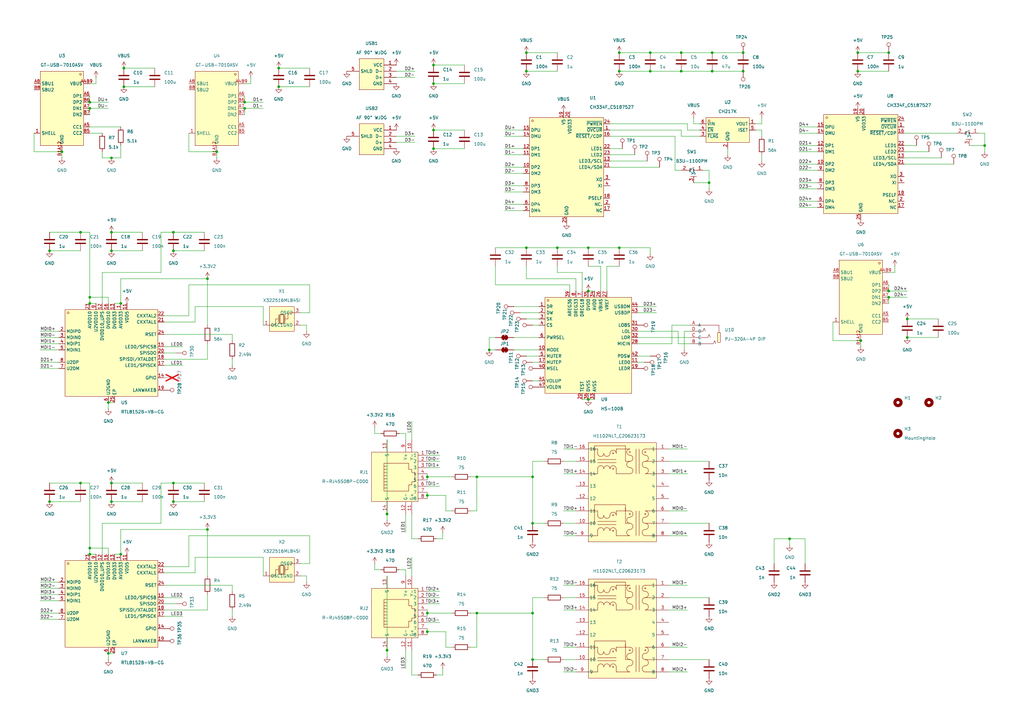
<source format=kicad_sch>
(kicad_sch (version 20250114) (generator "eeschema") (generator_version "9.0")
  (paper "A3")
  (title_block (title "tobycm's usb hub") (date "2025-09-20") (rev "1") (company "Hack Club"))
  (junction (at 85.09 114.3))
  (junction (at 175.26 251.46))
  (junction (at 403.86 59.69))
  (junction (at 33.02 95.25))
  (junction (at 254 101.6))
  (junction (at 50.8 27.94))
  (junction (at 195.58 195.58))
  (junction (at 266.7 21.59))
  (junction (at 177.8 53.34))
  (junction (at 45.72 198.12))
  (junction (at 100.33 44.45))
  (junction (at 85.09 217.17))
  (junction (at 215.9 21.59))
  (junction (at 44.45 165.1))
  (junction (at 241.3 119.38))
  (junction (at 292.1 21.59))
  (junction (at 44.45 267.97))
  (junction (at 279.4 21.59))
  (junction (at 364.49 119.38))
  (junction (at 200.66 143.51))
  (junction (at 292.1 29.21))
  (junction (at 36.83 41.91))
  (junction (at 49.53 227.33))
  (junction (at 114.3 35.56))
  (junction (at 304.8 29.21))
  (junction (at 351.79 21.59))
  (junction (at 218.44 195.58))
  (junction (at 49.53 124.46))
  (junction (at 218.44 251.46))
  (junction (at 36.83 121.92))
  (junction (at 279.4 29.21))
  (junction (at 364.49 21.59))
  (junction (at 36.83 224.79))
  (junction (at 71.12 198.12))
  (junction (at 20.32 102.87))
  (junction (at 323.85 220.98))
  (junction (at 33.02 198.12))
  (junction (at 45.72 95.25))
  (junction (at 290.83 74.93))
  (junction (at 195.58 251.46))
  (junction (at 45.72 64.77))
  (junction (at 241.3 101.6))
  (junction (at 372.11 138.43))
  (junction (at 20.32 205.74))
  (junction (at 177.8 26.67))
  (junction (at 36.83 44.45))
  (junction (at 351.79 29.21))
  (junction (at 158.75 210.82))
  (junction (at 177.8 60.96))
  (junction (at 254 21.59))
  (junction (at 114.3 27.94))
  (junction (at 36.83 227.33))
  (junction (at 45.72 102.87))
  (junction (at 45.72 205.74))
  (junction (at 372.11 130.81))
  (junction (at 71.12 95.25))
  (junction (at 158.75 266.7))
  (junction (at 175.26 259.08))
  (junction (at 177.8 34.29))
  (junction (at 175.26 195.58))
  (junction (at 50.8 35.56))
  (junction (at 304.8 21.59))
  (junction (at 241.3 163.83))
  (junction (at 71.12 205.74))
  (junction (at 215.9 101.6))
  (junction (at 353.06 139.7))
  (junction (at 71.12 102.87))
  (junction (at 25.4 62.23))
  (junction (at 215.9 29.21))
  (junction (at 266.7 29.21))
  (junction (at 364.49 121.92))
  (junction (at 254 29.21))
  (junction (at 218.44 214.63))
  (junction (at 175.26 203.2))
  (junction (at 88.9 62.23))
  (junction (at 100.33 41.91))
  (junction (at 228.6 101.6))
  (junction (at 218.44 270.51))
  (junction (at 36.83 124.46))
  (wire (pts (xy 323.85 220.98) (xy 317.5 220.98)))
  (wire (pts (xy 67.31 132.08) (xy 80.01 132.08)))
  (wire (pts (xy 312.42 53.34) (xy 312.42 55.88)))
  (wire (pts (xy 71.12 95.25) (xy 83.82 95.25)))
  (wire (pts (xy 175.26 251.46) (xy 185.42 251.46)))
  (wire (pts (xy 74.93 149.86) (xy 67.31 149.86)))
  (wire (pts (xy 168.91 172.72) (xy 168.91 180.34)))
  (wire (pts (xy 281.94 219.71) (xy 274.32 219.71)))
  (wire (pts (xy 370.84 64.77) (xy 386.08 64.77)))
  (wire (pts (xy 180.34 199.39) (xy 175.26 199.39)))
  (wire (pts (xy 44.45 270.51) (xy 44.45 267.97)))
  (wire (pts (xy 175.26 194.31) (xy 175.26 195.58)))
  (wire (pts (xy 16.51 148.59) (xy 24.13 148.59)))
  (wire (pts (xy 88.9 62.23) (xy 77.47 62.23)))
  (wire (pts (xy 203.2 138.43) (xy 200.66 138.43)))
  (wire (pts (xy 20.32 102.87) (xy 33.02 102.87)))
  (wire (pts (xy 153.67 177.8) (xy 156.21 177.8)))
  (wire (pts (xy 166.37 274.32) (xy 166.37 266.7)))
  (wire (pts (xy 180.34 191.77) (xy 175.26 191.77)))
  (wire (pts (xy 195.58 251.46) (xy 195.58 265.43)))
  (wire (pts (xy 85.09 243.84) (xy 85.09 250.19)))
  (wire (pts (xy 44.45 165.1) (xy 46.99 165.1)))
  (wire (pts (xy 250.19 66.04) (xy 265.43 66.04)))
  (wire (pts (xy 279.4 53.34) (xy 250.19 53.34)))
  (wire (pts (xy 175.26 259.08) (xy 182.88 259.08)))
  (wire (pts (xy 280.67 143.51) (xy 280.67 135.89)))
  (wire (pts (xy 278.13 135.89) (xy 261.62 135.89)))
  (wire (pts (xy 213.36 128.27) (xy 220.98 128.27)))
  (wire (pts (xy 67.31 234.95) (xy 80.01 234.95)))
  (wire (pts (xy 266.7 101.6) (xy 266.7 104.14)))
  (wire (pts (xy 95.25 149.86) (xy 95.25 147.32)))
  (wire (pts (xy 236.22 245.11) (xy 231.14 245.11)))
  (wire (pts (xy 36.83 124.46) (xy 39.37 124.46)))
  (wire (pts (xy 170.18 58.42) (xy 162.56 58.42)))
  (wire (pts (xy 36.83 121.92) (xy 36.83 124.46)))
  (wire (pts (xy 317.5 220.98) (xy 317.5 231.14)))
  (wire (pts (xy 281.94 250.19) (xy 274.32 250.19)))
  (wire (pts (xy 46.99 124.46) (xy 49.53 124.46)))
  (wire (pts (xy 71.12 198.12) (xy 83.82 198.12)))
  (wire (pts (xy 66.04 198.12) (xy 71.12 198.12)))
  (wire (pts (xy 88.9 62.23) (xy 88.9 64.77)))
  (wire (pts (xy 123.19 128.27) (xy 127 128.27)))
  (wire (pts (xy 44.45 167.64) (xy 44.45 165.1)))
  (wire (pts (xy 153.67 233.68) (xy 156.21 233.68)))
  (wire (pts (xy 207.01 86.36) (xy 214.63 86.36)))
  (wire (pts (xy 36.83 54.61) (xy 41.91 54.61)))
  (wire (pts (xy 288.29 69.85) (xy 290.83 69.85)))
  (wire (pts (xy 281.94 275.59) (xy 274.32 275.59)))
  (wire (pts (xy 372.11 121.92) (xy 364.49 121.92)))
  (wire (pts (xy 218.44 245.11) (xy 218.44 251.46)))
  (wire (pts (xy 266.7 29.21) (xy 279.4 29.21)))
  (wire (pts (xy 80.01 228.6) (xy 107.95 228.6)))
  (wire (pts (xy 44.45 267.97) (xy 46.99 267.97)))
  (wire (pts (xy 323.85 220.98) (xy 330.2 220.98)))
  (wire (pts (xy 236.22 189.23) (xy 231.14 189.23)))
  (wire (pts (xy 166.37 177.8) (xy 166.37 180.34)))
  (wire (pts (xy 223.52 214.63) (xy 218.44 214.63)))
  (wire (pts (xy 372.11 130.81) (xy 384.81 130.81)))
  (wire (pts (xy 236.22 214.63) (xy 231.14 214.63)))
  (wire (pts (xy 290.83 69.85) (xy 290.83 74.93)))
  (wire (pts (xy 175.26 203.2) (xy 175.26 204.47)))
  (wire (pts (xy 231.14 219.71) (xy 236.22 219.71)))
  (wire (pts (xy 210.82 138.43) (xy 220.98 138.43)))
  (wire (pts (xy 125.73 238.76) (xy 125.73 236.22)))
  (wire (pts (xy 327.66 69.85) (xy 335.28 69.85)))
  (wire (pts (xy 41.91 111.76) (xy 66.04 111.76)))
  (wire (pts (xy 279.4 21.59) (xy 292.1 21.59)))
  (wire (pts (xy 77.47 129.54) (xy 67.31 129.54)))
  (wire (pts (xy 193.04 265.43) (xy 195.58 265.43)))
  (wire (pts (xy 351.79 29.21) (xy 364.49 29.21)))
  (wire (pts (xy 50.8 35.56) (xy 63.5 35.56)))
  (wire (pts (xy 250.19 63.5) (xy 260.35 63.5)))
  (wire (pts (xy 158.75 269.24) (xy 158.75 266.7)))
  (wire (pts (xy 180.34 247.65) (xy 175.26 247.65)))
  (wire (pts (xy 72.39 247.65) (xy 67.31 247.65)))
  (wire (pts (xy 36.83 52.07) (xy 49.53 52.07)))
  (wire (pts (xy 74.93 142.24) (xy 67.31 142.24)))
  (wire (pts (xy 218.44 251.46) (xy 218.44 270.51)))
  (wire (pts (xy 274.32 245.11) (xy 290.83 245.11)))
  (wire (pts (xy 218.44 195.58) (xy 218.44 214.63)))
  (wire (pts (xy 372.11 138.43) (xy 384.81 138.43)))
  (wire (pts (xy 80.01 125.73) (xy 107.95 125.73)))
  (wire (pts (xy 353.06 139.7) (xy 341.63 139.7)))
  (wire (pts (xy 312.42 63.5) (xy 312.42 66.04)))
  (wire (pts (xy 77.47 62.23) (xy 77.47 54.61)))
  (wire (pts (xy 280.67 135.89) (xy 283.21 135.89)))
  (wire (pts (xy 370.84 67.31) (xy 391.16 67.31)))
  (wire (pts (xy 175.26 259.08) (xy 175.26 260.35)))
  (wire (pts (xy 284.48 50.8) (xy 287.02 50.8)))
  (wire (pts (xy 36.83 39.37) (xy 36.83 41.91)))
  (wire (pts (xy 248.92 109.22) (xy 254 109.22)))
  (wire (pts (xy 177.8 34.29) (xy 190.5 34.29)))
  (wire (pts (xy 158.75 236.22) (xy 158.75 266.7)))
  (wire (pts (xy 246.38 119.38) (xy 246.38 109.22)))
  (wire (pts (xy 274.32 270.51) (xy 290.83 270.51)))
  (wire (pts (xy 67.31 147.32) (xy 85.09 147.32)))
  (wire (pts (xy 341.63 139.7) (xy 341.63 132.08)))
  (wire (pts (xy 71.12 102.87) (xy 83.82 102.87)))
  (wire (pts (xy 248.92 119.38) (xy 248.92 109.22)))
  (wire (pts (xy 16.51 246.38) (xy 24.13 246.38)))
  (wire (pts (xy 175.26 251.46) (xy 175.26 252.73)))
  (wire (pts (xy 367.03 109.22) (xy 367.03 111.76)))
  (wire (pts (xy 66.04 111.76) (xy 66.04 95.25)))
  (wire (pts (xy 279.4 29.21) (xy 292.1 29.21)))
  (wire (pts (xy 166.37 177.8) (xy 163.83 177.8)))
  (wire (pts (xy 13.97 62.23) (xy 13.97 54.61)))
  (wire (pts (xy 364.49 116.84) (xy 364.49 119.38)))
  (wire (pts (xy 223.52 270.51) (xy 218.44 270.51)))
  (wire (pts (xy 233.68 119.38) (xy 233.68 116.84)))
  (wire (pts (xy 327.66 74.93) (xy 335.28 74.93)))
  (wire (pts (xy 231.14 194.31) (xy 236.22 194.31)))
  (wire (pts (xy 168.91 228.6) (xy 168.91 236.22)))
  (wire (pts (xy 123.19 231.14) (xy 127 231.14)))
  (wire (pts (xy 166.37 233.68) (xy 166.37 236.22)))
  (wire (pts (xy 281.94 184.15) (xy 274.32 184.15)))
  (wire (pts (xy 210.82 125.73) (xy 220.98 125.73)))
  (wire (pts (xy 364.49 121.92) (xy 364.49 124.46)))
  (wire (pts (xy 279.4 55.88) (xy 279.4 53.34)))
  (wire (pts (xy 170.18 55.88) (xy 162.56 55.88)))
  (wire (pts (xy 397.51 59.69) (xy 403.86 59.69)))
  (wire (pts (xy 330.2 220.98) (xy 330.2 231.14)))
  (wire (pts (xy 215.9 29.21) (xy 228.6 29.21)))
  (wire (pts (xy 20.32 198.12) (xy 33.02 198.12)))
  (wire (pts (xy 16.51 138.43) (xy 24.13 138.43)))
  (wire (pts (xy 200.66 138.43) (xy 200.66 143.51)))
  (wire (pts (xy 266.7 21.59) (xy 279.4 21.59)))
  (wire (pts (xy 95.25 240.03) (xy 95.25 242.57)))
  (wire (pts (xy 367.03 111.76) (xy 364.49 111.76)))
  (wire (pts (xy 327.66 67.31) (xy 335.28 67.31)))
  (wire (pts (xy 182.88 259.08) (xy 182.88 265.43)))
  (wire (pts (xy 207.01 60.96) (xy 214.63 60.96)))
  (wire (pts (xy 16.51 143.51) (xy 24.13 143.51)))
  (wire (pts (xy 231.14 265.43) (xy 236.22 265.43)))
  (wire (pts (xy 231.14 209.55) (xy 236.22 209.55)))
  (wire (pts (xy 312.42 48.26) (xy 312.42 50.8)))
  (wire (pts (xy 20.32 205.74) (xy 33.02 205.74)))
  (wire (pts (xy 168.91 266.7) (xy 168.91 276.86)))
  (wire (pts (xy 67.31 240.03) (xy 95.25 240.03)))
  (wire (pts (xy 181.61 276.86) (xy 179.07 276.86)))
  (wire (pts (xy 215.9 114.3) (xy 215.9 109.22)))
  (wire (pts (xy 44.45 44.45) (xy 36.83 44.45)))
  (wire (pts (xy 218.44 133.35) (xy 220.98 133.35)))
  (wire (pts (xy 102.87 31.75) (xy 102.87 34.29)))
  (wire (pts (xy 49.53 217.17) (xy 49.53 227.33)))
  (wire (pts (xy 114.3 35.56) (xy 127 35.56)))
  (wire (pts (xy 284.48 74.93) (xy 290.83 74.93)))
  (wire (pts (xy 49.53 114.3) (xy 49.53 124.46)))
  (wire (pts (xy 16.51 238.76) (xy 24.13 238.76)))
  (wire (pts (xy 351.79 21.59) (xy 364.49 21.59)))
  (wire (pts (xy 276.86 69.85) (xy 279.4 69.85)))
  (wire (pts (xy 195.58 209.55) (xy 193.04 209.55)))
  (wire (pts (xy 175.26 250.19) (xy 175.26 251.46)))
  (wire (pts (xy 327.66 77.47) (xy 335.28 77.47)))
  (wire (pts (xy 238.76 163.83) (xy 241.3 163.83)))
  (wire (pts (xy 177.8 60.96) (xy 190.5 60.96)))
  (wire (pts (xy 95.25 252.73) (xy 95.25 250.19)))
  (wire (pts (xy 327.66 59.69) (xy 335.28 59.69)))
  (wire (pts (xy 284.48 48.26) (xy 284.48 50.8)))
  (wire (pts (xy 236.22 114.3) (xy 215.9 114.3)))
  (wire (pts (xy 16.51 135.89) (xy 24.13 135.89)))
  (wire (pts (xy 238.76 111.76) (xy 228.6 111.76)))
  (wire (pts (xy 16.51 243.84) (xy 24.13 243.84)))
  (wire (pts (xy 74.93 245.11) (xy 67.31 245.11)))
  (wire (pts (xy 25.4 62.23) (xy 13.97 62.23)))
  (wire (pts (xy 45.72 102.87) (xy 58.42 102.87)))
  (wire (pts (xy 254 21.59) (xy 266.7 21.59)))
  (wire (pts (xy 80.01 234.95) (xy 80.01 228.6)))
  (wire (pts (xy 218.44 148.59) (xy 220.98 148.59)))
  (wire (pts (xy 210.82 143.51) (xy 220.98 143.51)))
  (wire (pts (xy 269.24 128.27) (xy 261.62 128.27)))
  (wire (pts (xy 107.95 44.45) (xy 100.33 44.45)))
  (wire (pts (xy 168.91 210.82) (xy 168.91 220.98)))
  (wire (pts (xy 16.51 241.3) (xy 24.13 241.3)))
  (wire (pts (xy 175.26 201.93) (xy 175.26 203.2)))
  (wire (pts (xy 85.09 133.35) (xy 85.09 114.3)))
  (wire (pts (xy 207.01 71.12) (xy 214.63 71.12)))
  (wire (pts (xy 231.14 184.15) (xy 236.22 184.15)))
  (wire (pts (xy 327.66 82.55) (xy 335.28 82.55)))
  (wire (pts (xy 269.24 125.73) (xy 261.62 125.73)))
  (wire (pts (xy 41.91 64.77) (xy 41.91 62.23)))
  (wire (pts (xy 370.84 59.69) (xy 375.92 59.69)))
  (wire (pts (xy 250.19 50.8) (xy 281.94 50.8)))
  (wire (pts (xy 231.14 250.19) (xy 236.22 250.19)))
  (wire (pts (xy 45.72 205.74) (xy 58.42 205.74)))
  (wire (pts (xy 36.83 44.45) (xy 36.83 46.99)))
  (wire (pts (xy 250.19 60.96) (xy 255.27 60.96)))
  (wire (pts (xy 195.58 251.46) (xy 218.44 251.46)))
  (wire (pts (xy 203.2 101.6) (xy 215.9 101.6)))
  (wire (pts (xy 170.18 31.75) (xy 162.56 31.75)))
  (wire (pts (xy 77.47 219.71) (xy 77.47 232.41)))
  (wire (pts (xy 215.9 101.6) (xy 228.6 101.6)))
  (wire (pts (xy 281.94 50.8) (xy 281.94 53.34)))
  (wire (pts (xy 264.16 148.59) (xy 261.62 148.59)))
  (wire (pts (xy 223.52 189.23) (xy 218.44 189.23)))
  (wire (pts (xy 231.14 240.03) (xy 236.22 240.03)))
  (wire (pts (xy 250.19 68.58) (xy 270.51 68.58)))
  (wire (pts (xy 327.66 54.61) (xy 335.28 54.61)))
  (wire (pts (xy 246.38 109.22) (xy 241.3 109.22)))
  (wire (pts (xy 195.58 195.58) (xy 195.58 209.55)))
  (wire (pts (xy 200.66 143.51) (xy 203.2 143.51)))
  (wire (pts (xy 41.91 124.46) (xy 41.91 111.76)))
  (wire (pts (xy 254 29.21) (xy 266.7 29.21)))
  (wire (pts (xy 175.26 195.58) (xy 175.26 196.85)))
  (wire (pts (xy 44.45 41.91) (xy 36.83 41.91)))
  (wire (pts (xy 16.51 251.46) (xy 24.13 251.46)))
  (wire (pts (xy 327.66 85.09) (xy 335.28 85.09)))
  (wire (pts (xy 107.95 41.91) (xy 100.33 41.91)))
  (wire (pts (xy 102.87 34.29) (xy 100.33 34.29)))
  (wire (pts (xy 36.83 227.33) (xy 39.37 227.33)))
  (wire (pts (xy 158.75 180.34) (xy 158.75 210.82)))
  (wire (pts (xy 218.44 156.21) (xy 220.98 156.21)))
  (wire (pts (xy 66.04 95.25) (xy 71.12 95.25)))
  (wire (pts (xy 223.52 245.11) (xy 218.44 245.11)))
  (wire (pts (xy 207.01 78.74) (xy 214.63 78.74)))
  (wire (pts (xy 153.67 175.26) (xy 153.67 177.8)))
  (wire (pts (xy 181.61 274.32) (xy 181.61 276.86)))
  (wire (pts (xy 127 128.27) (xy 127 116.84)))
  (wire (pts (xy 180.34 255.27) (xy 175.26 255.27)))
  (wire (pts (xy 298.45 63.5) (xy 298.45 60.96)))
  (wire (pts (xy 36.83 198.12) (xy 36.83 224.79)))
  (wire (pts (xy 170.18 29.21) (xy 162.56 29.21)))
  (wire (pts (xy 67.31 250.19) (xy 85.09 250.19)))
  (wire (pts (xy 85.09 140.97) (xy 85.09 147.32)))
  (wire (pts (xy 266.7 146.05) (xy 261.62 146.05)))
  (wire (pts (xy 175.26 257.81) (xy 175.26 259.08)))
  (wire (pts (xy 71.12 205.74) (xy 83.82 205.74)))
  (wire (pts (xy 177.8 26.67) (xy 190.5 26.67)))
  (wire (pts (xy 45.72 95.25) (xy 58.42 95.25)))
  (wire (pts (xy 370.84 54.61) (xy 392.43 54.61)))
  (wire (pts (xy 276.86 55.88) (xy 276.86 69.85)))
  (wire (pts (xy 195.58 195.58) (xy 193.04 195.58)))
  (wire (pts (xy 281.94 194.31) (xy 274.32 194.31)))
  (wire (pts (xy 125.73 135.89) (xy 125.73 133.35)))
  (wire (pts (xy 36.83 224.79) (xy 36.83 227.33)))
  (wire (pts (xy 275.59 140.97) (xy 261.62 140.97)))
  (wire (pts (xy 353.06 139.7) (xy 353.06 142.24)))
  (wire (pts (xy 125.73 236.22) (xy 123.19 236.22)))
  (wire (pts (xy 250.19 55.88) (xy 276.86 55.88)))
  (wire (pts (xy 233.68 116.84) (xy 203.2 116.84)))
  (wire (pts (xy 41.91 227.33) (xy 41.91 214.63)))
  (wire (pts (xy 153.67 231.14) (xy 153.67 233.68)))
  (wire (pts (xy 100.33 39.37) (xy 100.33 41.91)))
  (wire (pts (xy 175.26 195.58) (xy 185.42 195.58)))
  (wire (pts (xy 95.25 137.16) (xy 95.25 139.7)))
  (wire (pts (xy 292.1 21.59) (xy 304.8 21.59)))
  (wire (pts (xy 41.91 214.63) (xy 66.04 214.63)))
  (wire (pts (xy 182.88 203.2) (xy 182.88 209.55)))
  (wire (pts (xy 261.62 138.43) (xy 283.21 138.43)))
  (wire (pts (xy 16.51 254) (xy 24.13 254)))
  (wire (pts (xy 16.51 140.97) (xy 24.13 140.97)))
  (wire (pts (xy 254 101.6) (xy 266.7 101.6)))
  (wire (pts (xy 127 219.71) (xy 77.47 219.71)))
  (wire (pts (xy 36.83 95.25) (xy 33.02 95.25)))
  (wire (pts (xy 290.83 74.93) (xy 290.83 77.47)))
  (wire (pts (xy 182.88 209.55) (xy 185.42 209.55)))
  (wire (pts (xy 168.91 220.98) (xy 171.45 220.98)))
  (wire (pts (xy 327.66 52.07) (xy 335.28 52.07)))
  (wire (pts (xy 66.04 214.63) (xy 66.04 198.12)))
  (wire (pts (xy 275.59 133.35) (xy 275.59 140.97)))
  (wire (pts (xy 207.01 83.82) (xy 214.63 83.82)))
  (wire (pts (xy 236.22 270.51) (xy 231.14 270.51)))
  (wire (pts (xy 50.8 27.94) (xy 63.5 27.94)))
  (wire (pts (xy 274.32 214.63) (xy 290.83 214.63)))
  (wire (pts (xy 49.53 64.77) (xy 45.72 64.77)))
  (wire (pts (xy 36.83 95.25) (xy 36.83 121.92)))
  (wire (pts (xy 372.11 119.38) (xy 364.49 119.38)))
  (wire (pts (xy 241.3 119.38) (xy 243.84 119.38)))
  (wire (pts (xy 77.47 116.84) (xy 77.47 129.54)))
  (wire (pts (xy 218.44 189.23) (xy 218.44 195.58)))
  (wire (pts (xy 323.85 223.52) (xy 323.85 220.98)))
  (wire (pts (xy 20.32 95.25) (xy 33.02 95.25)))
  (wire (pts (xy 180.34 189.23) (xy 175.26 189.23)))
  (wire (pts (xy 231.14 275.59) (xy 236.22 275.59)))
  (wire (pts (xy 207.01 63.5) (xy 214.63 63.5)))
  (wire (pts (xy 127 231.14) (xy 127 219.71)))
  (wire (pts (xy 36.83 121.92) (xy 44.45 121.92)))
  (wire (pts (xy 195.58 195.58) (xy 218.44 195.58)))
  (wire (pts (xy 80.01 132.08) (xy 80.01 125.73)))
  (wire (pts (xy 39.37 34.29) (xy 36.83 34.29)))
  (wire (pts (xy 238.76 119.38) (xy 238.76 111.76)))
  (wire (pts (xy 36.83 198.12) (xy 33.02 198.12)))
  (wire (pts (xy 181.61 218.44) (xy 181.61 220.98)))
  (wire (pts (xy 215.9 21.59) (xy 228.6 21.59)))
  (wire (pts (xy 403.86 54.61) (xy 403.86 59.69)))
  (wire (pts (xy 100.33 44.45) (xy 100.33 46.99)))
  (wire (pts (xy 74.93 252.73) (xy 67.31 252.73)))
  (wire (pts (xy 281.94 240.03) (xy 274.32 240.03)))
  (wire (pts (xy 45.72 64.77) (xy 41.91 64.77)))
  (wire (pts (xy 36.83 224.79) (xy 44.45 224.79)))
  (wire (pts (xy 180.34 242.57) (xy 175.26 242.57)))
  (wire (pts (xy 207.01 68.58) (xy 214.63 68.58)))
  (wire (pts (xy 281.94 53.34) (xy 287.02 53.34)))
  (wire (pts (xy 25.4 62.23) (xy 25.4 64.77)))
  (wire (pts (xy 312.42 50.8) (xy 309.88 50.8)))
  (wire (pts (xy 107.95 125.73) (xy 107.95 133.35)))
  (wire (pts (xy 228.6 111.76) (xy 228.6 109.22)))
  (wire (pts (xy 16.51 151.13) (xy 24.13 151.13)))
  (wire (pts (xy 241.3 163.83) (xy 243.84 163.83)))
  (wire (pts (xy 292.1 29.21) (xy 304.8 29.21)))
  (wire (pts (xy 403.86 59.69) (xy 403.86 62.23)))
  (wire (pts (xy 166.37 233.68) (xy 163.83 233.68)))
  (wire (pts (xy 278.13 140.97) (xy 278.13 135.89)))
  (wire (pts (xy 49.53 59.69) (xy 49.53 64.77)))
  (wire (pts (xy 46.99 227.33) (xy 49.53 227.33)))
  (wire (pts (xy 175.26 203.2) (xy 182.88 203.2)))
  (wire (pts (xy 77.47 232.41) (xy 67.31 232.41)))
  (wire (pts (xy 127 116.84) (xy 77.47 116.84)))
  (wire (pts (xy 195.58 251.46) (xy 193.04 251.46)))
  (wire (pts (xy 45.72 198.12) (xy 58.42 198.12)))
  (wire (pts (xy 182.88 265.43) (xy 185.42 265.43)))
  (wire (pts (xy 85.09 236.22) (xy 85.09 217.17)))
  (wire (pts (xy 309.88 53.34) (xy 312.42 53.34)))
  (wire (pts (xy 72.39 144.78) (xy 67.31 144.78)))
  (wire (pts (xy 203.2 116.84) (xy 203.2 109.22)))
  (wire (pts (xy 283.21 133.35) (xy 275.59 133.35)))
  (wire (pts (xy 85.09 114.3) (xy 49.53 114.3)))
  (wire (pts (xy 166.37 218.44) (xy 166.37 210.82)))
  (wire (pts (xy 39.37 31.75) (xy 39.37 34.29)))
  (wire (pts (xy 180.34 186.69) (xy 175.26 186.69)))
  (wire (pts (xy 327.66 62.23) (xy 335.28 62.23)))
  (wire (pts (xy 207.01 55.88) (xy 214.63 55.88)))
  (wire (pts (xy 168.91 276.86) (xy 171.45 276.86)))
  (wire (pts (xy 228.6 101.6) (xy 241.3 101.6)))
  (wire (pts (xy 177.8 53.34) (xy 190.5 53.34)))
  (wire (pts (xy 401.32 54.61) (xy 403.86 54.61)))
  (wire (pts (xy 158.75 210.82) (xy 158.75 213.36)))
  (wire (pts (xy 44.45 224.79) (xy 44.45 227.33)))
  (wire (pts (xy 236.22 119.38) (xy 236.22 114.3)))
  (wire (pts (xy 85.09 217.17) (xy 49.53 217.17)))
  (wire (pts (xy 283.21 140.97) (xy 278.13 140.97)))
  (wire (pts (xy 241.3 101.6) (xy 254 101.6)))
  (wire (pts (xy 274.32 189.23) (xy 290.83 189.23)))
  (wire (pts (xy 125.73 133.35) (xy 123.19 133.35)))
  (wire (pts (xy 180.34 245.11) (xy 175.26 245.11)))
  (wire (pts (xy 281.94 209.55) (xy 274.32 209.55)))
  (wire (pts (xy 287.02 55.88) (xy 279.4 55.88)))
  (wire (pts (xy 44.45 121.92) (xy 44.45 124.46)))
  (wire (pts (xy 215.9 130.81) (xy 220.98 130.81)))
  (wire (pts (xy 370.84 62.23) (xy 381 62.23)))
  (wire (pts (xy 207.01 76.2) (xy 214.63 76.2)))
  (wire (pts (xy 107.95 228.6) (xy 107.95 236.22)))
  (wire (pts (xy 67.31 137.16) (xy 95.25 137.16)))
  (wire (pts (xy 207.01 53.34) (xy 214.63 53.34)))
  (wire (pts (xy 281.94 265.43) (xy 274.32 265.43)))
  (wire (pts (xy 215.9 146.05) (xy 220.98 146.05)))
  (wire (pts (xy 114.3 27.94) (xy 127 27.94)))
  (wire (pts (xy 181.61 220.98) (xy 179.07 220.98)))
  (label "TDI0+" (at 180.34 186.69 180))
  (label "LED0" (at 74.93 142.24 180))
  (label "TDI1-" (at 180.34 199.39 180))
  (label "TDI1+" (at 180.34 191.77 180))
  (label "D22+" (at 16.51 251.46 0))
  (label "TDI2-" (at 180.34 245.11 180))
  (label "D1-" (at 107.95 44.45 180))
  (label "D4+" (at 207.01 83.82 0))
  (label "D24-" (at 372.11 121.92 180))
  (label "D3-" (at 170.18 58.42 180))
  (label "D4-" (at 327.66 54.61 0))
  (label "TDI0-" (at 231.14 219.71 0))
  (label "D4-" (at 207.01 86.36 0))
  (label "MDI1-" (at 16.51 143.51 0))
  (label "MDI0+" (at 281.94 219.71 180))
  (label "D1+" (at 207.01 60.96 0))
  (label "MDI1+" (at 16.51 140.97 0))
  (label "LED0" (at 168.91 172.72 270))
  (label "D21+" (at 16.51 148.59 0))
  (label "DU+" (at 44.45 41.91 180))
  (label "MDI3-" (at 16.51 246.38 0))
  (label "LED2" (at 168.91 228.6 270))
  (label "D23-" (at 327.66 77.47 0))
  (label "D23+" (at 269.24 125.73 180))
  (label "D3+" (at 207.01 76.2 0))
  (label "MDI0+" (at 16.51 135.89 0))
  (label "TDI1+" (at 231.14 194.31 0))
  (label "MDI3-" (at 281.94 240.03 180))
  (label "TDI3+" (at 180.34 247.65 180))
  (label "LED3" (at 166.37 274.32 90))
  (label "D23-" (at 269.24 128.27 180))
  (label "LED2" (at 74.93 245.11 180))
  (label "D2+" (at 170.18 29.21 180))
  (label "D2-" (at 170.18 31.75 180))
  (label "TDI3-" (at 180.34 255.27 180))
  (label "D22-" (at 327.66 69.85 0))
  (label "MDI1+" (at 281.94 194.31 180))
  (label "DU-" (at 44.45 44.45 180))
  (label "MDI3+" (at 281.94 250.19 180))
  (label "MDI2+" (at 281.94 275.59 180))
  (label "LED1" (at 74.93 149.86 180))
  (label "TDI2+" (at 231.14 265.43 0))
  (label "MDI2+" (at 16.51 238.76 0))
  (label "D24-" (at 327.66 85.09 0))
  (label "TDI2-" (at 231.14 275.59 0))
  (label "TDI3-" (at 231.14 240.03 0))
  (label "D1+" (at 107.95 41.91 180))
  (label "MDI0-" (at 281.94 209.55 180))
  (label "D23+" (at 327.66 74.93 0))
  (label "D21+" (at 327.66 59.69 0))
  (label "LED3" (at 74.93 252.73 180))
  (label "D2+" (at 207.01 68.58 0))
  (label "D1-" (at 207.01 63.5 0))
  (label "DU+" (at 207.01 53.34 0))
  (label "D21-" (at 327.66 62.23 0))
  (label "D21-" (at 16.51 151.13 0))
  (label "D4+" (at 327.66 52.07 0))
  (label "MDI0-" (at 16.51 138.43 0))
  (label "D2-" (at 207.01 71.12 0))
  (label "MDI2-" (at 281.94 265.43 180))
  (label "TDI0-" (at 180.34 189.23 180))
  (label "LED1" (at 166.37 218.44 90))
  (label "TDI3+" (at 231.14 250.19 0))
  (label "D22+" (at 327.66 67.31 0))
  (label "TDI2+" (at 180.34 242.57 180))
  (label "D3+" (at 170.18 55.88 180))
  (label "MDI2-" (at 16.51 241.3 0))
  (label "D24+" (at 327.66 82.55 0))
  (label "DU-" (at 207.01 55.88 0))
  (label "TDI0+" (at 231.14 209.55 0))
  (label "MDI1-" (at 281.94 184.15 180))
  (label "D3-" (at 207.01 78.74 0))
  (label "TDI1-" (at 231.14 184.15 0))
  (label "D24+" (at 372.11 119.38 180))
  (label "MDI3+" (at 16.51 243.84 0))
  (label "D22-" (at 16.51 254 0))
  (symbol (lib_id "Mechanical:MountingHole") (at 381 165.1 0) (unit 1) (in_bom no)
    (property "Reference" "H2" (at 383.54 163.1949 0) (effects (justify left)))
    (property "Value" "MountingHole" (effects (hide yes)))
    (property "Footprint" "MountingHole:MountingHole_3.2mm_M3_Pad" (effects (hide yes)))
    (property "Description" "Mounting Hole without connection" (effects (hide yes)))
  )
  (symbol (lib_id "Mechanical:MountingHole") (at 368.3 165.1 0) (unit 1) (in_bom no)
    (property "Reference" "H1" (at 370.84 163.1949 0) (effects (justify left)))
    (property "Value" "MountingHole" (effects (hide yes)))
    (property "Footprint" "MountingHole:MountingHole_3.2mm_M3_Pad" (effects (hide yes)))
    (property "Description" "Mounting Hole without connection" (effects (hide yes)))
  )
  (symbol (lib_id "Connector:TestPoint") (at 375.92 59.69 0) (unit 1)
    (property "Reference" "TP5" (at 377.698 56.388 0) (effects (justify left)))
    (property "Value" "TestPoint" (effects (hide yes)))
    (property "Footprint" "TestPoint:TestPoint_Pad_D1.0mm" (effects (hide yes)))
    (property "Description" "test point" (effects (hide yes)))
  )
  (symbol (lib_id "easyeda2kicad:GT-USB-7010ASV") (at 353.06 121.92 0) (mirror y) (unit 1)
    (property "Reference" "U6" (at 353.06 100.33 0))
    (property "Value" "GT-USB-7010ASV" (at 353.06 104.14 0))
    (property "Footprint" "easyeda2kicad:USB-C-SMD_G-SWITCH_GT-USB-7010ASV" (effects (hide yes)))
    (property "LCSC Part" "C2988369" (effects (hide yes)))
  )
  (symbol (lib_id "power:GND") (at 162.56 60.96 0) (unit 1)
    (property "Reference" "#PWR022" (effects (hide yes)))
    (property "Value" "GND" (at 162.56 66.04 0))
    (property "Description" "Power symbol creates a global label with name \"GND\" , ground" (effects (hide yes)))
  )
  (symbol (lib_id "power:GND") (at 142.24 55.88 0) (unit 1)
    (property "Reference" "#PWR019" (effects (hide yes)))
    (property "Value" "GND" (at 142.24 60.96 0))
    (property "Description" "Power symbol creates a global label with name \"GND\" , ground" (effects (hide yes)))
  )
  (symbol (lib_id "Device:C") (at 20.32 201.93 0) (unit 1)
    (property "Reference" "C26" (at 24.13 200.0249 0) (effects (justify left)))
    (property "Value" "1u" (at 24.13 203.8349 0) (effects (justify left)))
    (property "Footprint" "Capacitor_SMD:C_0402_1005Metric" (effects (hide yes)))
    (property "Description" "Unpolarized capacitor" (effects (hide yes)))
    (property "LCSC Part #" "C52923" (effects (hide yes)))
  )
  (symbol (lib_id "Device:C") (at 71.12 99.06 0) (unit 1)
    (property "Reference" "C22" (at 74.93 97.1549 0) (effects (justify left)))
    (property "Value" "1u" (at 74.93 100.9649 0) (effects (justify left)))
    (property "Footprint" "Capacitor_SMD:C_0402_1005Metric" (effects (hide yes)))
    (property "Description" "Unpolarized capacitor" (effects (hide yes)))
    (property "LCSC Part #" "C52923" (effects (hide yes)))
  )
  (symbol (lib_id "Connector:TestPoint") (at 215.9 130.81 90) (mirror x) (unit 1)
    (property "Reference" "TP22" (at 209.55 129.032 0) (effects (justify left)))
    (property "Value" "TestPoint" (effects (hide yes)))
    (property "Footprint" "TestPoint:TestPoint_Pad_D1.0mm" (effects (hide yes)))
    (property "Description" "test point" (effects (hide yes)))
  )
  (symbol (lib_id "power:VBUS") (at 215.9 21.59 0) (unit 1)
    (property "Reference" "#PWR05" (effects (hide yes)))
    (property "Value" "VBUS" (at 215.9 16.51 0))
    (property "Description" "Power symbol creates a global label with name \"VBUS\"" (effects (hide yes)))
  )
  (symbol (lib_id "Device:C") (at 330.2 234.95 0) (mirror y) (unit 1)
    (property "Reference" "C44" (at 326.39 233.0449 0) (effects (justify left)))
    (property "Value" "1n" (at 326.39 236.8549 0) (effects (justify left)))
    (property "Footprint" "Capacitor_SMD:C_1206_3216Metric" (effects (hide yes)))
    (property "Description" "Unpolarized capacitor" (effects (hide yes)))
    (property "LCSC Part #" "C9196" (effects (hide yes)))
  )
  (symbol (lib_id "Jumper:SolderJumper_2_Bridged") (at 207.01 143.51 0) (unit 1) (in_bom no)
    (property "Reference" "JP1" (at 207.01 140.97 0))
    (property "Value" "SolderJumper_2_Bridged" (effects (hide yes)))
    (property "Footprint" "Jumper:SolderJumper-2_P1.3mm_Bridged_RoundedPad1.0x1.5mm" (effects (hide yes)))
    (property "Description" "Solder Jumper, 2-pole, closed/bridged" (effects (hide yes)))
  )
  (symbol (lib_id "power:GND") (at 232.41 91.44 0) (unit 1)
    (property "Reference" "#PWR012" (effects (hide yes)))
    (property "Value" "GND" (at 232.41 96.52 0))
    (property "Description" "Power symbol creates a global label with name \"GND\" , ground" (effects (hide yes)))
  )
  (symbol (lib_id "Device:C") (at 190.5 57.15 0) (unit 1)
    (property "Reference" "C13" (at 194.31 55.2449 0) (effects (justify left)))
    (property "Value" "100u" (at 194.31 59.0549 0) (effects (justify left)))
    (property "Footprint" "Capacitor_SMD:C_1206_3216Metric" (effects (hide yes)))
    (property "Description" "Unpolarized capacitor" (effects (hide yes)))
    (property "LCSC Part #" "C15008" (effects (hide yes)))
  )
  (symbol (lib_id "Device:C") (at 33.02 99.06 0) (unit 1)
    (property "Reference" "C21" (at 36.83 97.1549 0) (effects (justify left)))
    (property "Value" "100n" (at 36.83 100.9649 0) (effects (justify left)))
    (property "Footprint" "Capacitor_SMD:C_0402_1005Metric" (effects (hide yes)))
    (property "Description" "Unpolarized capacitor" (effects (hide yes)))
    (property "LCSC Part #" "C1525" (effects (hide yes)))
  )
  (symbol (lib_id "power:+5V") (at 177.8 26.67 0) (unit 1)
    (property "Reference" "#PWR034" (effects (hide yes)))
    (property "Value" "+5V" (at 177.8 21.59 0))
    (property "Description" "Power symbol creates a global label with name \"+5V\"" (effects (hide yes)))
  )
  (symbol (lib_id "power:GND") (at 45.72 64.77 0) (unit 1)
    (property "Reference" "#PWR076" (effects (hide yes)))
    (property "Value" "GND" (at 45.72 69.85 0))
    (property "Description" "Power symbol creates a global label with name \"GND\" , ground" (effects (hide yes)))
  )
  (symbol (lib_id "power:GND") (at 254 29.21 0) (unit 1)
    (property "Reference" "#PWR027" (effects (hide yes)))
    (property "Value" "GND" (at 254 34.29 0))
    (property "Description" "Power symbol creates a global label with name \"GND\" , ground" (effects (hide yes)))
  )
  (symbol (lib_id "power:GND") (at 290.83 222.25 0) (unit 1)
    (property "Reference" "#PWR073" (effects (hide yes)))
    (property "Value" "GND" (at 290.83 227.33 0))
    (property "Description" "Power symbol creates a global label with name \"GND\" , ground" (effects (hide yes)))
  )
  (symbol (lib_id "Device:C") (at 351.79 25.4 0) (unit 1)
    (property "Reference" "C7" (at 355.6 23.4949 0) (effects (justify left)))
    (property "Value" "100n" (at 355.6 27.3049 0) (effects (justify left)))
    (property "Footprint" "Capacitor_SMD:C_0402_1005Metric" (effects (hide yes)))
    (property "Description" "Unpolarized capacitor" (effects (hide yes)))
    (property "LCSC Part #" "C1525" (effects (hide yes)))
  )
  (symbol (lib_id "Device:R") (at 95.25 143.51 0) (unit 1)
    (property "Reference" "R2" (at 97.79 141.6049 0) (effects (justify left)))
    (property "Value" "2.49k" (at 97.79 145.4149 0) (effects (justify left)))
    (property "Footprint" "Resistor_SMD:R_0402_1005Metric" (effects (hide yes)))
    (property "Description" "Resistor" (effects (hide yes)))
    (property "LCSC Part #" "C25884" (effects (hide yes)))
  )
  (symbol (lib_id "power:+3.3V") (at 153.67 231.14 0) (unit 1)
    (property "Reference" "#PWR047" (effects (hide yes)))
    (property "Value" "+3.3V3" (at 153.67 226.06 0))
    (property "Description" "Power symbol creates a global label with name \"+3.3V\"" (effects (hide yes)))
  )
  (symbol (lib_id "power:GND") (at 298.45 63.5 0) (unit 1)
    (property "Reference" "#PWR011" (effects (hide yes)))
    (property "Value" "GND" (at 298.45 68.58 0))
    (property "Description" "Power symbol creates a global label with name \"GND\" , ground" (effects (hide yes)))
  )
  (symbol (lib_id "power:GND") (at 177.8 34.29 0) (unit 1)
    (property "Reference" "#PWR035" (effects (hide yes)))
    (property "Value" "GND" (at 177.8 39.37 0))
    (property "Description" "Power symbol creates a global label with name \"GND\" , ground" (effects (hide yes)))
  )
  (symbol (lib_id "Connector:TestPoint") (at 210.82 125.73 90) (mirror x) (unit 1)
    (property "Reference" "TP20" (at 204.47 123.952 0) (effects (justify left)))
    (property "Value" "TestPoint" (effects (hide yes)))
    (property "Footprint" "TestPoint:TestPoint_Pad_D1.0mm" (effects (hide yes)))
    (property "Description" "test point" (effects (hide yes)))
  )
  (symbol (lib_id "power:+5V") (at 114.3 27.94 0) (unit 1)
    (property "Reference" "#PWR036" (effects (hide yes)))
    (property "Value" "+5V" (at 114.3 22.86 0))
    (property "Description" "Power symbol creates a global label with name \"+5V\"" (effects (hide yes)))
  )
  (symbol (lib_id "power:+5V") (at 351.79 21.59 0) (unit 1)
    (property "Reference" "#PWR028" (effects (hide yes)))
    (property "Value" "+5V" (at 351.79 16.51 0))
    (property "Description" "Power symbol creates a global label with name \"+5V\"" (effects (hide yes)))
  )
  (symbol (lib_id "power:GND") (at 312.42 66.04 0) (unit 1)
    (property "Reference" "#PWR013" (effects (hide yes)))
    (property "Value" "GND" (at 312.42 71.12 0))
    (property "Description" "Power symbol creates a global label with name \"GND\" , ground" (effects (hide yes)))
  )
  (symbol (lib_id "power:GND") (at 158.75 213.36 0) (unit 1)
    (property "Reference" "#PWR042" (effects (hide yes)))
    (property "Value" "GND2" (at 158.75 218.44 0))
    (property "Description" "Power symbol creates a global label with name \"GND\" , ground" (effects (hide yes)))
  )
  (symbol (lib_id "power:VBUS") (at 284.48 48.26 0) (unit 1)
    (property "Reference" "#PWR07" (effects (hide yes)))
    (property "Value" "VBUS" (at 284.48 43.18 0))
    (property "Description" "Power symbol creates a global label with name \"VBUS\"" (effects (hide yes)))
  )
  (symbol (lib_id "easyeda2kicad:CH217K") (at 298.45 53.34 0) (unit 1)
    (property "Reference" "U2" (at 298.45 41.91 0))
    (property "Value" "CH217K" (at 298.45 45.72 0))
    (property "Footprint" "easyeda2kicad:SOT-23-6_L2.9-W1.6-P0.95-LS2.8-BL" (effects (hide yes)))
    (property "LCSC Part" "C7462749" (effects (hide yes)))
  )
  (symbol (lib_id "Device:R") (at 160.02 233.68 90) (unit 1)
    (property "Reference" "R18" (at 160.02 226.06 90))
    (property "Value" "470" (at 160.02 229.87 90))
    (property "Footprint" "Resistor_SMD:R_0402_1005Metric" (effects (hide yes)))
    (property "Description" "Resistor" (effects (hide yes)))
    (property "LCSC Part #" "C114877" (effects (hide yes)))
  )
  (symbol (lib_id "easyeda2kicad:CH334F_C5187527") (at 232.41 71.12 0) (unit 1)
    (property "Reference" "U1" (at 241.808 40.132 0) (effects (justify left)))
    (property "Value" "CH334F_C5187527" (at 241.808 43.942 0) (effects (justify left)))
    (property "Footprint" "easyeda2kicad:QFN-24_L4.0-W4.0-P0.50-BL-EP2.8" (effects (hide yes)))
    (property "LCSC Part" "C5187527" (effects (hide yes)))
  )
  (symbol (lib_id "Device:C") (at 290.83 274.32 0) (unit 1)
    (property "Reference" "C40" (at 294.64 272.4149 0) (effects (justify left)))
    (property "Value" "10n" (at 294.64 276.2249 0) (effects (justify left)))
    (property "Footprint" "Capacitor_SMD:C_0402_1005Metric" (effects (hide yes)))
    (property "Description" "Unpolarized capacitor" (effects (hide yes)))
    (property "LCSC Part #" "C60133" (effects (hide yes)))
  )
  (symbol (lib_id "power:+5V") (at 52.07 227.33 0) (unit 1)
    (property "Reference" "#PWR062" (effects (hide yes)))
    (property "Value" "+5V" (at 52.07 222.25 0))
    (property "Description" "Power symbol creates a global label with name \"+5V\"" (effects (hide yes)))
  )
  (symbol (lib_id "Device:C") (at 228.6 25.4 0) (unit 1)
    (property "Reference" "C2" (at 232.41 23.4949 0) (effects (justify left)))
    (property "Value" "1u" (at 232.41 27.3049 0) (effects (justify left)))
    (property "Footprint" "Capacitor_SMD:C_0402_1005Metric" (effects (hide yes)))
    (property "Description" "Unpolarized capacitor" (effects (hide yes)))
    (property "LCSC Part #" "C52923" (effects (hide yes)))
  )
  (symbol (lib_id "easyeda2kicad:R-RJ45S08P-C000") (at 165.1 196.85 90) (mirror x) (unit 1)
    (property "Reference" "RJ1" (at 151.13 193.6749 90) (effects (justify left)))
    (property "Value" "R-RJ45S08P-C000" (at 151.13 197.4849 90) (effects (justify left)))
    (property "Footprint" "easyeda2kicad:RJ45-TH_R-RJ45S08P-C000" (effects (hide yes)))
    (property "Datasheet" "https://lcsc.com/product-detail/Ethernet-Connectors-Modular-Connectors-RJ45-RJ11_Shenzhen-Cankemeng-R-RJ45S08P-C000_C386764.html" (effects (hide yes)))
    (property "LCSC Part" "C386764" (effects (hide yes)))
  )
  (symbol (lib_id "Device:C") (at 279.4 25.4 0) (unit 1)
    (property "Reference" "C5" (at 283.21 23.4949 0) (effects (justify left)))
    (property "Value" "10u" (at 283.21 27.3049 0) (effects (justify left)))
    (property "Footprint" "Capacitor_SMD:C_0603_1608Metric" (effects (hide yes)))
    (property "Description" "Unpolarized capacitor" (effects (hide yes)))
    (property "LCSC Part #" "C19702" (effects (hide yes)))
  )
  (symbol (lib_id "Device:C") (at 50.8 31.75 0) (unit 1)
    (property "Reference" "C10" (at 54.61 29.8449 0) (effects (justify left)))
    (property "Value" "1u" (at 54.61 33.6549 0) (effects (justify left)))
    (property "Footprint" "Capacitor_SMD:C_0402_1005Metric" (effects (hide yes)))
    (property "Description" "Unpolarized capacitor" (effects (hide yes)))
    (property "LCSC Part #" "C52923" (effects (hide yes)))
  )
  (symbol (lib_id "power:+5V") (at 372.11 130.81 0) (unit 1)
    (property "Reference" "#PWR050" (effects (hide yes)))
    (property "Value" "+5V" (at 372.11 125.73 0))
    (property "Description" "Power symbol creates a global label with name \"+5V\"" (effects (hide yes)))
  )
  (symbol (lib_id "Device:C") (at 290.83 193.04 0) (unit 1)
    (property "Reference" "C37" (at 294.64 191.1349 0) (effects (justify left)))
    (property "Value" "10n" (at 294.64 194.9449 0) (effects (justify left)))
    (property "Footprint" "Capacitor_SMD:C_0402_1005Metric" (effects (hide yes)))
    (property "Description" "Unpolarized capacitor" (effects (hide yes)))
    (property "LCSC Part #" "C60133" (effects (hide yes)))
  )
  (symbol (lib_id "power:GND") (at 200.66 143.51 0) (unit 1)
    (property "Reference" "#PWR070" (effects (hide yes)))
    (property "Value" "GND" (at 200.66 148.59 0))
    (property "Description" "Power symbol creates a global label with name \"GND\" , ground" (effects (hide yes)))
  )
  (symbol (lib_id "power:VBUS") (at 50.8 27.94 0) (unit 1)
    (property "Reference" "#PWR030" (effects (hide yes)))
    (property "Value" "VBUS" (at 50.8 22.86 0))
    (property "Description" "Power symbol creates a global label with name \"VBUS\"" (effects (hide yes)))
  )
  (symbol (lib_id "Device:C") (at 45.72 99.06 0) (unit 1)
    (property "Reference" "C18" (at 49.53 97.1549 0) (effects (justify left)))
    (property "Value" "1u" (at 49.53 100.9649 0) (effects (justify left)))
    (property "Footprint" "Capacitor_SMD:C_0402_1005Metric" (effects (hide yes)))
    (property "Description" "Unpolarized capacitor" (effects (hide yes)))
    (property "LCSC Part #" "C52923" (effects (hide yes)))
  )
  (symbol (lib_id "Device:C") (at 254 25.4 0) (unit 1)
    (property "Reference" "C3" (at 257.81 23.4949 0) (effects (justify left)))
    (property "Value" "100n" (at 257.81 27.3049 0) (effects (justify left)))
    (property "Footprint" "Capacitor_SMD:C_0402_1005Metric" (effects (hide yes)))
    (property "Description" "Unpolarized capacitor" (effects (hide yes)))
    (property "LCSC Part #" "C1525" (effects (hide yes)))
  )
  (symbol (lib_id "power:GND") (at 45.72 205.74 0) (unit 1)
    (property "Reference" "#PWR057" (effects (hide yes)))
    (property "Value" "GND" (at 45.72 210.82 0))
    (property "Description" "Power symbol creates a global label with name \"GND\" , ground" (effects (hide yes)))
  )
  (symbol (lib_id "Device:C") (at 218.44 274.32 0) (mirror y) (unit 1)
    (property "Reference" "C42" (at 214.63 272.4149 0) (effects (justify left)))
    (property "Value" "1n" (at 214.63 276.2249 0) (effects (justify left)))
    (property "Footprint" "Capacitor_SMD:C_1206_3216Metric" (effects (hide yes)))
    (property "Description" "Unpolarized capacitor" (effects (hide yes)))
    (property "LCSC Part #" "C9196" (effects (hide yes)))
  )
  (symbol (lib_id "power:GND") (at 25.4 64.77 0) (unit 1)
    (property "Reference" "#PWR02" (effects (hide yes)))
    (property "Value" "GND" (at 25.4 69.85 0))
    (property "Description" "Power symbol creates a global label with name \"GND\" , ground" (effects (hide yes)))
  )
  (symbol (lib_id "Connector:TestPoint") (at 67.31 257.81 270) (mirror x) (unit 1)
    (property "Reference" "TP35" (at 73.66 259.588 0) (effects (justify left)))
    (property "Value" "TestPoint" (effects (hide yes)))
    (property "Footprint" "TestPoint:TestPoint_Pad_D1.0mm" (effects (hide yes)))
    (property "Description" "test point" (effects (hide yes)))
  )
  (symbol (lib_id "Device:R") (at 312.42 59.69 0) (unit 1)
    (property "Reference" "R1" (at 314.96 57.7849 0) (effects (justify left)))
    (property "Value" "56k" (at 314.96 61.5949 0) (effects (justify left)))
    (property "Footprint" "Resistor_SMD:R_0402_1005Metric" (effects (hide yes)))
    (property "Description" "Resistor" (effects (hide yes)))
    (property "LCSC Part #" "C25796" (effects (hide yes)))
  )
  (symbol (lib_id "power:GND") (at 290.83 278.13 0) (unit 1)
    (property "Reference" "#PWR075" (effects (hide yes)))
    (property "Value" "GND" (at 290.83 283.21 0))
    (property "Description" "Power symbol creates a global label with name \"GND\" , ground" (effects (hide yes)))
  )
  (symbol (lib_id "power:GND") (at 290.83 252.73 0) (unit 1)
    (property "Reference" "#PWR074" (effects (hide yes)))
    (property "Value" "GND" (at 290.83 257.81 0))
    (property "Description" "Power symbol creates a global label with name \"GND\" , ground" (effects (hide yes)))
  )
  (symbol (lib_id "power:+5V") (at 177.8 53.34 0) (unit 1)
    (property "Reference" "#PWR032" (effects (hide yes)))
    (property "Value" "+5V" (at 177.8 48.26 0))
    (property "Description" "Power symbol creates a global label with name \"+5V\"" (effects (hide yes)))
  )
  (symbol (lib_id "Device:R") (at 227.33 189.23 90) (unit 1)
    (property "Reference" "R8" (at 227.33 181.61 90))
    (property "Value" "75" (at 227.33 185.42 90))
    (property "Footprint" "Resistor_SMD:R_0402_1005Metric" (effects (hide yes)))
    (property "Description" "Resistor" (effects (hide yes)))
    (property "LCSC Part #" "C114757" (effects (hide yes)))
  )
  (symbol (lib_id "Device:R") (at 95.25 246.38 0) (unit 1)
    (property "Reference" "R5" (at 97.79 244.4749 0) (effects (justify left)))
    (property "Value" "2.49k" (at 97.79 248.2849 0) (effects (justify left)))
    (property "Footprint" "Resistor_SMD:R_0402_1005Metric" (effects (hide yes)))
    (property "Description" "Resistor" (effects (hide yes)))
    (property "LCSC Part #" "C25884" (effects (hide yes)))
  )
  (symbol (lib_id "Mechanical:MountingHole") (at 368.3 177.8 0) (unit 1) (in_bom no)
    (property "Reference" "H3" (at 370.84 175.8949 0) (effects (justify left)))
    (property "Value" "MountingHole" (at 370.84 179.7049 0) (effects (justify left)))
    (property "Footprint" "MountingHole:MountingHole_3.2mm_M3_Pad" (effects (hide yes)))
    (property "Description" "Mounting Hole without connection" (effects (hide yes)))
  )
  (symbol (lib_id "Device:R") (at 189.23 195.58 90) (unit 1)
    (property "Reference" "R10" (at 189.23 187.96 90))
    (property "Value" "75" (at 189.23 191.77 90))
    (property "Footprint" "Resistor_SMD:R_0402_1005Metric" (effects (hide yes)))
    (property "Description" "Resistor" (effects (hide yes)))
    (property "LCSC Part #" "C114757" (effects (hide yes)))
  )
  (symbol (lib_id "Device:C") (at 228.6 105.41 0) (unit 1)
    (property "Reference" "C34" (at 232.41 103.5049 0) (effects (justify left)))
    (property "Value" "1u" (at 232.41 107.3149 0) (effects (justify left)))
    (property "Footprint" "Capacitor_SMD:C_0402_1005Metric" (effects (hide yes)))
    (property "Description" "Unpolarized capacitor" (effects (hide yes)))
    (property "LCSC Part #" "C52923" (effects (hide yes)))
  )
  (symbol (lib_id "Device:C") (at 372.11 134.62 0) (unit 1)
    (property "Reference" "C24" (at 375.92 132.7149 0) (effects (justify left)))
    (property "Value" "1u" (at 375.92 136.5249 0) (effects (justify left)))
    (property "Footprint" "Capacitor_SMD:C_0402_1005Metric" (effects (hide yes)))
    (property "Description" "Unpolarized capacitor" (effects (hide yes)))
    (property "LCSC Part #" "C52923" (effects (hide yes)))
  )
  (symbol (lib_id "Device:R") (at 189.23 209.55 90) (unit 1)
    (property "Reference" "R11" (at 189.23 201.93 90))
    (property "Value" "75" (at 189.23 205.74 90))
    (property "Footprint" "Resistor_SMD:R_0402_1005Metric" (effects (hide yes)))
    (property "Description" "Resistor" (effects (hide yes)))
    (property "LCSC Part #" "C114757" (effects (hide yes)))
  )
  (symbol (lib_id "Connector:TestPoint") (at 220.98 158.75 90) (mirror x) (unit 1)
    (property "Reference" "TP15" (at 214.63 156.972 0) (effects (justify left)))
    (property "Value" "TestPoint" (effects (hide yes)))
    (property "Footprint" "TestPoint:TestPoint_Pad_D1.0mm" (effects (hide yes)))
    (property "Description" "test point" (effects (hide yes)))
  )
  (symbol (lib_id "power:GND") (at 266.7 104.14 0) (unit 1)
    (property "Reference" "#PWR068" (effects (hide yes)))
    (property "Value" "GND" (at 266.7 109.22 0))
    (property "Description" "Power symbol creates a global label with name \"GND\" , ground" (effects (hide yes)))
  )
  (symbol (lib_id "power:GND") (at 88.9 64.77 0) (unit 1)
    (property "Reference" "#PWR04" (effects (hide yes)))
    (property "Value" "GND" (at 88.9 69.85 0))
    (property "Description" "Power symbol creates a global label with name \"GND\" , ground" (effects (hide yes)))
  )
  (symbol (lib_id "power:GND") (at 353.06 142.24 0) (unit 1)
    (property "Reference" "#PWR052" (effects (hide yes)))
    (property "Value" "GND" (at 353.06 147.32 0))
    (property "Description" "Power symbol creates a global label with name \"GND\" , ground" (effects (hide yes)))
  )
  (symbol (lib_id "Device:C") (at 218.44 218.44 0) (mirror y) (unit 1)
    (property "Reference" "C41" (at 214.63 216.5349 0) (effects (justify left)))
    (property "Value" "1n" (at 214.63 220.3449 0) (effects (justify left)))
    (property "Footprint" "Capacitor_SMD:C_1206_3216Metric" (effects (hide yes)))
    (property "Description" "Unpolarized capacitor" (effects (hide yes)))
    (property "LCSC Part #" "C9196" (effects (hide yes)))
  )
  (symbol (lib_id "easyeda2kicad:HS-100B") (at 241.3 139.7 0) (unit 1)
    (property "Reference" "U9" (at 246.455 163.83 0) (effects (justify left)))
    (property "Value" "HS-100B" (at 246.455 167.64 0) (effects (justify left)))
    (property "Footprint" "easyeda2kicad:LQFP-48_L7.0-W7.0-P0.50-LS9.0-BL" (effects (hide yes)))
    (property "Datasheet" "https://lcsc.com/product-detail/_Cmedia-HS-100B_C371351.html" (effects (hide yes)))
    (property "LCSC Part" "C371351" (effects (hide yes)))
  )
  (symbol (lib_id "Device:R") (at 49.53 55.88 0) (unit 1)
    (property "Reference" "R6" (at 52.07 53.9749 0) (effects (justify left)))
    (property "Value" "5.1k" (at 52.07 57.7849 0) (effects (justify left)))
    (property "Footprint" "Resistor_SMD:R_0402_1005Metric" (effects (hide yes)))
    (property "Description" "Resistor" (effects (hide yes)))
    (property "LCSC Part #" "C25905" (effects (hide yes)))
  )
  (symbol (lib_id "power:GND") (at 50.8 35.56 0) (unit 1)
    (property "Reference" "#PWR031" (effects (hide yes)))
    (property "Value" "GND" (at 50.8 40.64 0))
    (property "Description" "Power symbol creates a global label with name \"GND\" , ground" (effects (hide yes)))
  )
  (symbol (lib_id "Connector:TestPoint") (at 67.31 160.02 270) (mirror x) (unit 1)
    (property "Reference" "TP28" (at 73.66 161.798 0) (effects (justify left)))
    (property "Value" "TestPoint" (effects (hide yes)))
    (property "Footprint" "TestPoint:TestPoint_Pad_D1.0mm" (effects (hide yes)))
    (property "Description" "test point" (effects (hide yes)))
  )
  (symbol (lib_id "power:GND") (at 114.3 35.56 0) (unit 1)
    (property "Reference" "#PWR037" (effects (hide yes)))
    (property "Value" "GND" (at 114.3 40.64 0))
    (property "Description" "Power symbol creates a global label with name \"GND\" , ground" (effects (hide yes)))
  )
  (symbol (lib_id "Connector:TestPoint") (at 255.27 60.96 0) (unit 1)
    (property "Reference" "TP1" (at 257.048 57.658 0) (effects (justify left)))
    (property "Value" "TestPoint" (effects (hide yes)))
    (property "Footprint" "TestPoint:TestPoint_Pad_D1.0mm" (effects (hide yes)))
    (property "Description" "test point" (effects (hide yes)))
  )
  (symbol (lib_id "Device:C") (at 33.02 201.93 0) (unit 1)
    (property "Reference" "C27" (at 36.83 200.0249 0) (effects (justify left)))
    (property "Value" "100n" (at 36.83 203.8349 0) (effects (justify left)))
    (property "Footprint" "Capacitor_SMD:C_0402_1005Metric" (effects (hide yes)))
    (property "Description" "Unpolarized capacitor" (effects (hide yes)))
    (property "LCSC Part #" "C1525" (effects (hide yes)))
  )
  (symbol (lib_id "power:GND") (at 125.73 238.76 0) (unit 1)
    (property "Reference" "#PWR064" (effects (hide yes)))
    (property "Value" "GND" (at 125.73 243.84 0))
    (property "Description" "Power symbol creates a global label with name \"GND\" , ground" (effects (hide yes)))
  )
  (symbol (lib_id "power:GND") (at 317.5 238.76 0) (unit 1)
    (property "Reference" "#PWR059" (effects (hide yes)))
    (property "Value" "GND2" (at 317.5 243.84 0))
    (property "Description" "Power symbol creates a global label with name \"GND\" , ground" (effects (hide yes)))
  )
  (symbol (lib_id "Device:C") (at 83.82 201.93 0) (unit 1)
    (property "Reference" "C31" (at 87.63 200.0249 0) (effects (justify left)))
    (property "Value" "100n" (at 87.63 203.8349 0) (effects (justify left)))
    (property "Footprint" "Capacitor_SMD:C_0402_1005Metric" (effects (hide yes)))
    (property "Description" "Unpolarized capacitor" (effects (hide yes)))
    (property "LCSC Part #" "C1525" (effects (hide yes)))
  )
  (symbol (lib_id "Device:C") (at 58.42 201.93 0) (unit 1)
    (property "Reference" "C29" (at 62.23 200.0249 0) (effects (justify left)))
    (property "Value" "100n" (at 62.23 203.8349 0) (effects (justify left)))
    (property "Footprint" "Capacitor_SMD:C_0402_1005Metric" (effects (hide yes)))
    (property "Description" "Unpolarized capacitor" (effects (hide yes)))
    (property "LCSC Part #" "C1525" (effects (hide yes)))
  )
  (symbol (lib_id "Device:C") (at 45.72 201.93 0) (unit 1)
    (property "Reference" "C28" (at 49.53 200.0249 0) (effects (justify left)))
    (property "Value" "1u" (at 49.53 203.8349 0) (effects (justify left)))
    (property "Footprint" "Capacitor_SMD:C_0402_1005Metric" (effects (hide yes)))
    (property "Description" "Unpolarized capacitor" (effects (hide yes)))
    (property "LCSC Part #" "C52923" (effects (hide yes)))
  )
  (symbol (lib_id "power:+3.3V") (at 85.09 217.17 0) (unit 1)
    (property "Reference" "#PWR044" (effects (hide yes)))
    (property "Value" "+3.3V3" (at 85.09 212.09 0))
    (property "Description" "Power symbol creates a global label with name \"+3.3V\"" (effects (hide yes)))
  )
  (symbol (lib_id "Connector:TestPoint") (at 386.08 64.77 0) (unit 1)
    (property "Reference" "TP7" (at 387.858 61.468 0) (effects (justify left)))
    (property "Value" "TestPoint" (effects (hide yes)))
    (property "Footprint" "TestPoint:TestPoint_Pad_D1.0mm" (effects (hide yes)))
    (property "Description" "test point" (effects (hide yes)))
  )
  (symbol (lib_id "power:GND") (at 177.8 60.96 0) (unit 1)
    (property "Reference" "#PWR033" (effects (hide yes)))
    (property "Value" "GND" (at 177.8 66.04 0))
    (property "Description" "Power symbol creates a global label with name \"GND\" , ground" (effects (hide yes)))
  )
  (symbol (lib_id "Connector:TestPoint") (at 261.62 133.35 270) (unit 1)
    (property "Reference" "TP19" (at 267.97 131.572 0) (effects (justify left)))
    (property "Value" "TestPoint" (effects (hide yes)))
    (property "Footprint" "TestPoint:TestPoint_Pad_D1.0mm" (effects (hide yes)))
    (property "Description" "test point" (effects (hide yes)))
  )
  (symbol (lib_id "power:GND") (at 280.67 143.51 0) (unit 1)
    (property "Reference" "#PWR071" (effects (hide yes)))
    (property "Value" "GND" (at 280.67 148.59 0))
    (property "Description" "Power symbol creates a global label with name \"GND\" , ground" (effects (hide yes)))
  )
  (symbol (lib_id "Device:R") (at 189.23 251.46 90) (unit 1)
    (property "Reference" "R14" (at 189.23 243.84 90))
    (property "Value" "75" (at 189.23 247.65 90))
    (property "Footprint" "Resistor_SMD:R_0402_1005Metric" (effects (hide yes)))
    (property "Description" "Resistor" (effects (hide yes)))
    (property "LCSC Part #" "C114757" (effects (hide yes)))
  )
  (symbol (lib_id "easyeda2kicad:AF90°WJDG") (at 152.4 29.21 0) (unit 1)
    (property "Reference" "USB1" (at 152.4 17.78 0))
    (property "Value" "AF 90° WJDG" (at 152.4 21.59 0))
    (property "Footprint" "easyeda2kicad:USB-A-TH_AF-WJDG" (effects (hide yes)))
    (property "Datasheet" "https://lcsc.com/product-detail/USB-Connectors_SHOU-HAN-AF-900-WJDG_C456018.html" (effects (hide yes)))
    (property "LCSC Part" "C456018" (effects (hide yes)))
  )
  (symbol (lib_id "easyeda2kicad:B3U-1100PM") (at 397.51 57.15 0) (unit 1)
    (property "Reference" "SW2" (at 396.75 46.99 0))
    (property "Value" "B3U-1100PM" (at 396.75 50.8 0))
    (property "Footprint" "easyeda2kicad:SW-SMD_3P-L3.0-W2.5-LS4.0" (effects (hide yes)))
    (property "LCSC Part" "C6467298" (effects (hide yes)))
  )
  (symbol (lib_id "easyeda2kicad:CH334F_C5187527") (at 353.06 69.85 0) (unit 1)
    (property "Reference" "U8" (at 363.728 39.37 0) (effects (justify left)))
    (property "Value" "CH334F_C5187527" (at 363.728 43.18 0) (effects (justify left)))
    (property "Footprint" "easyeda2kicad:QFN-24_L4.0-W4.0-P0.50-BL-EP2.8" (effects (hide yes)))
    (property "LCSC Part" "C5187527" (effects (hide yes)))
  )
  (symbol (lib_id "power:GND") (at 71.12 102.87 0) (unit 1)
    (property "Reference" "#PWR045" (effects (hide yes)))
    (property "Value" "GND" (at 71.12 107.95 0))
    (property "Description" "Power symbol creates a global label with name \"GND\" , ground" (effects (hide yes)))
  )
  (symbol (lib_id "Device:C") (at 20.32 99.06 0) (unit 1)
    (property "Reference" "C20" (at 24.13 97.1549 0) (effects (justify left)))
    (property "Value" "1u" (at 24.13 100.9649 0) (effects (justify left)))
    (property "Footprint" "Capacitor_SMD:C_0402_1005Metric" (effects (hide yes)))
    (property "Description" "Unpolarized capacitor" (effects (hide yes)))
    (property "LCSC Part #" "C52923" (effects (hide yes)))
  )
  (symbol (lib_id "power:GND") (at 241.3 163.83 0) (unit 1)
    (property "Reference" "#PWR069" (effects (hide yes)))
    (property "Value" "GND" (at 241.3 168.91 0))
    (property "Description" "Power symbol creates a global label with name \"GND\" , ground" (effects (hide yes)))
  )
  (symbol (lib_id "easyeda2kicad:R-RJ45S08P-C000") (at 165.1 252.73 90) (mirror x) (unit 1)
    (property "Reference" "RJ2" (at 151.13 249.5549 90) (effects (justify left)))
    (property "Value" "R-RJ45S08P-C000" (at 151.13 253.3649 90) (effects (justify left)))
    (property "Footprint" "easyeda2kicad:RJ45-TH_R-RJ45S08P-C000" (effects (hide yes)))
    (property "Datasheet" "https://lcsc.com/product-detail/Ethernet-Connectors-Modular-Connectors-RJ45-RJ11_Shenzhen-Cankemeng-R-RJ45S08P-C000_C386764.html" (effects (hide yes)))
    (property "LCSC Part" "C386764" (effects (hide yes)))
  )
  (symbol (lib_id "power:GND") (at 218.44 278.13 0) (unit 1)
    (property "Reference" "#PWR078" (effects (hide yes)))
    (property "Value" "GND3" (at 218.44 283.21 0))
    (property "Description" "Power symbol creates a global label with name \"GND\" , ground" (effects (hide yes)))
  )
  (symbol (lib_id "Jumper:SolderJumper_2_Bridged") (at 207.01 138.43 0) (unit 1) (in_bom no)
    (property "Reference" "JP2" (at 207.01 135.89 0))
    (property "Value" "SolderJumper_2_Bridged" (effects (hide yes)))
    (property "Footprint" "Jumper:SolderJumper-2_P1.3mm_Bridged_RoundedPad1.0x1.5mm" (effects (hide yes)))
    (property "Description" "Solder Jumper, 2-pole, closed/bridged" (effects (hide yes)))
  )
  (symbol (lib_id "power:+5V") (at 162.56 26.67 0) (unit 1)
    (property "Reference" "#PWR06" (effects (hide yes)))
    (property "Value" "+5V" (at 162.56 21.59 0))
    (property "Description" "Power symbol creates a global label with name \"+5V\"" (effects (hide yes)))
  )
  (symbol (lib_id "power:GND") (at 330.2 238.76 0) (unit 1)
    (property "Reference" "#PWR060" (effects (hide yes)))
    (property "Value" "GND3" (at 330.2 243.84 0))
    (property "Description" "Power symbol creates a global label with name \"GND\" , ground" (effects (hide yes)))
  )
  (symbol (lib_id "Device:C") (at 292.1 25.4 0) (unit 1)
    (property "Reference" "C6" (at 295.91 23.4949 0) (effects (justify left)))
    (property "Value" "47u" (at 295.91 27.3049 0) (effects (justify left)))
    (property "Footprint" "Capacitor_SMD:C_0805_2012Metric" (effects (hide yes)))
    (property "Description" "Unpolarized capacitor" (effects (hide yes)))
    (property "LCSC Part #" "C16780" (effects (hide yes)))
  )
  (symbol (lib_id "power:+3.3V") (at 153.67 175.26 0) (unit 1)
    (property "Reference" "#PWR046" (effects (hide yes)))
    (property "Value" "+3.3V2" (at 153.67 170.18 0))
    (property "Description" "Power symbol creates a global label with name \"+3.3V\"" (effects (hide yes)))
  )
  (symbol (lib_id "Connector:TestPoint") (at 72.39 247.65 270) (mirror x) (unit 1)
    (property "Reference" "TP33" (at 78.74 249.428 0) (effects (justify left)))
    (property "Value" "TestPoint" (effects (hide yes)))
    (property "Footprint" "TestPoint:TestPoint_Pad_D1.0mm" (effects (hide yes)))
    (property "Description" "test point" (effects (hide yes)))
  )
  (symbol (lib_id "power:GND") (at 20.32 205.74 0) (unit 1)
    (property "Reference" "#PWR056" (effects (hide yes)))
    (property "Value" "GND" (at 20.32 210.82 0))
    (property "Description" "Power symbol creates a global label with name \"GND\" , ground" (effects (hide yes)))
  )
  (symbol (lib_id "power:GND") (at 353.06 90.17 0) (unit 1)
    (property "Reference" "#PWR021" (effects (hide yes)))
    (property "Value" "GND" (at 353.06 95.25 0))
    (property "Description" "Power symbol creates a global label with name \"GND\" , ground" (effects (hide yes)))
  )
  (symbol (lib_id "Device:C") (at 127 31.75 0) (unit 1)
    (property "Reference" "C17" (at 130.81 29.8449 0) (effects (justify left)))
    (property "Value" "100u" (at 130.81 33.6549 0) (effects (justify left)))
    (property "Footprint" "Capacitor_SMD:C_1206_3216Metric" (effects (hide yes)))
    (property "Description" "Unpolarized capacitor" (effects (hide yes)))
    (property "LCSC Part #" "C15008" (effects (hide yes)))
  )
  (symbol (lib_id "Connector:TestPoint") (at 266.7 146.05 270) (unit 1)
    (property "Reference" "TP16" (at 273.05 144.272 0) (effects (justify left)))
    (property "Value" "TestPoint" (effects (hide yes)))
    (property "Footprint" "TestPoint:TestPoint_Pad_D1.0mm" (effects (hide yes)))
    (property "Description" "test point" (effects (hide yes)))
  )
  (symbol (lib_id "easyeda2kicad:RTL8152B-VB-CG") (at 45.72 247.65 0) (unit 1)
    (property "Reference" "U7" (at 49.605 267.97 0) (effects (justify left)))
    (property "Value" "RTL8152B-VB-CG" (at 49.605 271.78 0) (effects (justify left)))
    (property "Footprint" "easyeda2kicad:QFN-24_L4.0-W4.0-P0.50-BL-EP2.0" (effects (hide yes)))
    (property "Datasheet" "https://lcsc.com/product-detail/Ethernet-ICs_REALTEK_RTL8152B-VB-CG_RTL8152B-VB-CG_C50656.html" (effects (hide yes)))
    (property "LCSC Part" "C50656" (effects (hide yes)))
  )
  (symbol (lib_id "Connector:TestPoint") (at 265.43 66.04 0) (unit 1)
    (property "Reference" "TP3" (at 267.208 62.738 0) (effects (justify left)))
    (property "Value" "TestPoint" (effects (hide yes)))
    (property "Footprint" "TestPoint:TestPoint_Pad_D1.0mm" (effects (hide yes)))
    (property "Description" "test point" (effects (hide yes)))
  )
  (symbol (lib_id "power:+5V") (at 162.56 53.34 0) (unit 1)
    (property "Reference" "#PWR016" (effects (hide yes)))
    (property "Value" "+5V" (at 162.56 48.26 0))
    (property "Description" "Power symbol creates a global label with name \"+5V\"" (effects (hide yes)))
  )
  (symbol (lib_id "power:GND") (at 44.45 167.64 0) (unit 1)
    (property "Reference" "#PWR023" (effects (hide yes)))
    (property "Value" "GND" (at 44.45 172.72 0))
    (property "Description" "Power symbol creates a global label with name \"GND\" , ground" (effects (hide yes)))
  )
  (symbol (lib_id "power:+3.3V") (at 85.09 114.3 0) (unit 1)
    (property "Reference" "#PWR043" (effects (hide yes)))
    (property "Value" "+3.3V2" (at 85.09 109.22 0))
    (property "Description" "Power symbol creates a global label with name \"+3.3V\"" (effects (hide yes)))
  )
  (symbol (lib_id "Device:R") (at 189.23 265.43 90) (unit 1)
    (property "Reference" "R15" (at 189.23 257.81 90))
    (property "Value" "75" (at 189.23 261.62 90))
    (property "Footprint" "Resistor_SMD:R_0402_1005Metric" (effects (hide yes)))
    (property "Description" "Resistor" (effects (hide yes)))
    (property "LCSC Part #" "C114757" (effects (hide yes)))
  )
  (symbol (lib_id "Device:R") (at 85.09 240.03 0) (unit 1)
    (property "Reference" "R4" (at 87.63 238.1249 0) (effects (justify left)))
    (property "Value" "56k" (at 87.63 241.9349 0) (effects (justify left)))
    (property "Footprint" "Resistor_SMD:R_0402_1005Metric" (effects (hide yes)))
    (property "Description" "Resistor" (effects (hide yes)))
    (property "LCSC Part #" "C25796" (effects (hide yes)))
  )
  (symbol (lib_id "easyeda2kicad:H1102NLT_C20623173") (at 254 257.81 0) (mirror y) (unit 1)
    (property "Reference" "T2" (at 254 230.378 0))
    (property "Value" "H1102NLT_C20623173" (at 254 234.188 0))
    (property "Footprint" "easyeda2kicad:XFMR-SMD_H1102NLT" (effects (hide yes)))
    (property "LCSC Part" "C20623173" (effects (hide yes)))
  )
  (symbol (lib_id "Device:C") (at 384.81 134.62 0) (unit 1)
    (property "Reference" "C25" (at 388.62 132.7149 0) (effects (justify left)))
    (property "Value" "100u" (at 388.62 136.5249 0) (effects (justify left)))
    (property "Footprint" "Capacitor_SMD:C_1206_3216Metric" (effects (hide yes)))
    (property "Description" "Unpolarized capacitor" (effects (hide yes)))
    (property "LCSC Part #" "C15008" (effects (hide yes)))
  )
  (symbol (lib_id "power:GND") (at 95.25 149.86 0) (unit 1)
    (property "Reference" "#PWR024" (effects (hide yes)))
    (property "Value" "GND" (at 95.25 154.94 0))
    (property "Description" "Power symbol creates a global label with name \"GND\" , ground" (effects (hide yes)))
  )
  (symbol (lib_id "Connector:TestPoint") (at 304.8 21.59 0) (mirror y) (unit 1)
    (property "Reference" "TP24" (at 306.578 15.24 0) (effects (justify left)))
    (property "Value" "TestPoint" (effects (hide yes)))
    (property "Footprint" "TestPoint:TestPoint_Pad_D1.0mm" (effects (hide yes)))
    (property "Description" "test point" (effects (hide yes)))
  )
  (symbol (lib_id "Device:C") (at 290.83 218.44 0) (unit 1)
    (property "Reference" "C38" (at 294.64 216.5349 0) (effects (justify left)))
    (property "Value" "10n" (at 294.64 220.3449 0) (effects (justify left)))
    (property "Footprint" "Capacitor_SMD:C_0402_1005Metric" (effects (hide yes)))
    (property "Description" "Unpolarized capacitor" (effects (hide yes)))
    (property "LCSC Part #" "C60133" (effects (hide yes)))
  )
  (symbol (lib_id "Device:C") (at 58.42 99.06 0) (unit 1)
    (property "Reference" "C19" (at 62.23 97.1549 0) (effects (justify left)))
    (property "Value" "100n" (at 62.23 100.9649 0) (effects (justify left)))
    (property "Footprint" "Capacitor_SMD:C_0402_1005Metric" (effects (hide yes)))
    (property "Description" "Unpolarized capacitor" (effects (hide yes)))
    (property "LCSC Part #" "C1525" (effects (hide yes)))
  )
  (symbol (lib_id "power:+5V") (at 367.03 109.22 0) (unit 1)
    (property "Reference" "#PWR049" (effects (hide yes)))
    (property "Value" "+5V" (at 367.03 104.14 0))
    (property "Description" "Power symbol creates a global label with name \"+5V\"" (effects (hide yes)))
  )
  (symbol (lib_id "easyeda2kicad:PJ-320A-4PDIP") (at 285.75 135.89 0) (mirror y) (unit 1)
    (property "Reference" "U10" (at 297.18 135.2549 0) (effects (justify right)))
    (property "Value" "PJ-320A-4P DIP" (at 297.18 139.0649 0) (effects (justify right)))
    (property "Footprint" "easyeda2kicad:AUDIO-TH_PJ-320A-4P-DIP" (effects (hide yes)))
    (property "LCSC Part" "C18185602" (effects (hide yes)))
  )
  (symbol (lib_id "Device:C") (at 364.49 25.4 0) (unit 1)
    (property "Reference" "C9" (at 368.3 23.4949 0) (effects (justify left)))
    (property "Value" "1u" (at 368.3 27.3049 0) (effects (justify left)))
    (property "Footprint" "Capacitor_SMD:C_0402_1005Metric" (effects (hide yes)))
    (property "Description" "Unpolarized capacitor" (effects (hide yes)))
    (property "LCSC Part #" "C52923" (effects (hide yes)))
  )
  (symbol (lib_id "Device:R") (at 175.26 220.98 270) (mirror x) (unit 1)
    (property "Reference" "R17" (at 175.26 213.36 90))
    (property "Value" "470" (at 175.26 217.17 90))
    (property "Footprint" "Resistor_SMD:R_0402_1005Metric" (effects (hide yes)))
    (property "Description" "Resistor" (effects (hide yes)))
    (property "LCSC Part #" "C114877" (effects (hide yes)))
  )
  (symbol (lib_id "Device:C") (at 71.12 201.93 0) (unit 1)
    (property "Reference" "C30" (at 74.93 200.0249 0) (effects (justify left)))
    (property "Value" "1u" (at 74.93 203.8349 0) (effects (justify left)))
    (property "Footprint" "Capacitor_SMD:C_0402_1005Metric" (effects (hide yes)))
    (property "Description" "Unpolarized capacitor" (effects (hide yes)))
    (property "LCSC Part #" "C52923" (effects (hide yes)))
  )
  (symbol (lib_id "Device:C") (at 215.9 25.4 0) (unit 1)
    (property "Reference" "C1" (at 219.71 23.4949 0) (effects (justify left)))
    (property "Value" "100n" (at 219.71 27.3049 0) (effects (justify left)))
    (property "Footprint" "Capacitor_SMD:C_0402_1005Metric" (effects (hide yes)))
    (property "Description" "Unpolarized capacitor" (effects (hide yes)))
    (property "LCSC Part #" "C1525" (effects (hide yes)))
  )
  (symbol (lib_id "power:GND") (at 323.85 223.52 0) (unit 1)
    (property "Reference" "#PWR061" (effects (hide yes)))
    (property "Value" "GND" (at 323.85 228.6 0))
    (property "Description" "Power symbol creates a global label with name \"GND\" , ground" (effects (hide yes)))
  )
  (symbol (lib_id "Connector:TestPoint") (at 72.39 144.78 270) (mirror x) (unit 1)
    (property "Reference" "TP30" (at 78.74 146.558 0) (effects (justify left)))
    (property "Value" "TestPoint" (effects (hide yes)))
    (property "Footprint" "TestPoint:TestPoint_Pad_D1.0mm" (effects (hide yes)))
    (property "Description" "test point" (effects (hide yes)))
  )
  (symbol (lib_id "power:GND") (at 44.45 270.51 0) (unit 1)
    (property "Reference" "#PWR066" (effects (hide yes)))
    (property "Value" "GND" (at 44.45 275.59 0))
    (property "Description" "Power symbol creates a global label with name \"GND\" , ground" (effects (hide yes)))
  )
  (symbol (lib_id "Connector:TestPoint") (at 220.98 151.13 90) (mirror x) (unit 1)
    (property "Reference" "TP13" (at 214.63 149.352 0) (effects (justify left)))
    (property "Value" "TestPoint" (effects (hide yes)))
    (property "Footprint" "TestPoint:TestPoint_Pad_D1.0mm" (effects (hide yes)))
    (property "Description" "test point" (effects (hide yes)))
  )
  (symbol (lib_id "Device:C") (at 114.3 31.75 0) (unit 1)
    (property "Reference" "C16" (at 118.11 29.8449 0) (effects (justify left)))
    (property "Value" "1u" (at 118.11 33.6549 0) (effects (justify left)))
    (property "Footprint" "Capacitor_SMD:C_0402_1005Metric" (effects (hide yes)))
    (property "Description" "Unpolarized capacitor" (effects (hide yes)))
    (property "LCSC Part #" "C52923" (effects (hide yes)))
  )
  (symbol (lib_id "power:GND") (at 45.72 102.87 0) (unit 1)
    (property "Reference" "#PWR039" (effects (hide yes)))
    (property "Value" "GND" (at 45.72 107.95 0))
    (property "Description" "Power symbol creates a global label with name \"GND\" , ground" (effects (hide yes)))
  )
  (symbol (lib_id "power:GND") (at 215.9 29.21 0) (unit 1)
    (property "Reference" "#PWR020" (effects (hide yes)))
    (property "Value" "GND" (at 215.9 34.29 0))
    (property "Description" "Power symbol creates a global label with name \"GND\" , ground" (effects (hide yes)))
  )
  (symbol (lib_id "Device:C") (at 177.8 57.15 0) (unit 1)
    (property "Reference" "C12" (at 181.61 55.2449 0) (effects (justify left)))
    (property "Value" "1u" (at 181.61 59.0549 0) (effects (justify left)))
    (property "Footprint" "Capacitor_SMD:C_0402_1005Metric" (effects (hide yes)))
    (property "Description" "Unpolarized capacitor" (effects (hide yes)))
    (property "LCSC Part #" "C52923" (effects (hide yes)))
  )
  (symbol (lib_id "power:GND") (at 162.56 34.29 0) (unit 1)
    (property "Reference" "#PWR08" (effects (hide yes)))
    (property "Value" "GND" (at 162.56 39.37 0))
    (property "Description" "Power symbol creates a global label with name \"GND\" , ground" (effects (hide yes)))
  )
  (symbol (lib_id "power:+5V") (at 45.72 95.25 0) (unit 1)
    (property "Reference" "#PWR038" (effects (hide yes)))
    (property "Value" "+5V" (at 45.72 90.17 0))
    (property "Description" "Power symbol creates a global label with name \"+5V\"" (effects (hide yes)))
  )
  (symbol (lib_id "Connector:TestPoint") (at 261.62 151.13 270) (unit 1)
    (property "Reference" "TP18" (at 267.97 149.352 0) (effects (justify left)))
    (property "Value" "TestPoint" (effects (hide yes)))
    (property "Footprint" "TestPoint:TestPoint_Pad_D1.0mm" (effects (hide yes)))
    (property "Description" "test point" (effects (hide yes)))
  )
  (symbol (lib_id "Device:R") (at 227.33 270.51 90) (unit 1)
    (property "Reference" "R13" (at 227.33 262.89 90))
    (property "Value" "75" (at 227.33 266.7 90))
    (property "Footprint" "Resistor_SMD:R_0402_1005Metric" (effects (hide yes)))
    (property "Description" "Resistor" (effects (hide yes)))
    (property "LCSC Part #" "C114757" (effects (hide yes)))
  )
  (symbol (lib_id "Device:R") (at 227.33 214.63 90) (unit 1)
    (property "Reference" "R9" (at 227.33 207.01 90))
    (property "Value" "75" (at 227.33 210.82 90))
    (property "Footprint" "Resistor_SMD:R_0402_1005Metric" (effects (hide yes)))
    (property "Description" "Resistor" (effects (hide yes)))
    (property "LCSC Part #" "C114757" (effects (hide yes)))
  )
  (symbol (lib_id "Connector:TestPoint") (at 391.16 67.31 0) (unit 1)
    (property "Reference" "TP8" (at 392.938 64.008 0) (effects (justify left)))
    (property "Value" "TestPoint" (effects (hide yes)))
    (property "Footprint" "TestPoint:TestPoint_Pad_D1.0mm" (effects (hide yes)))
    (property "Description" "test point" (effects (hide yes)))
  )
  (symbol (lib_id "easyeda2kicad:RTL8152B-VB-CG") (at 45.72 144.78 0) (unit 1)
    (property "Reference" "U5" (at 49.605 165.1 0) (effects (justify left)))
    (property "Value" "RTL8152B-VB-CG" (at 49.605 168.91 0) (effects (justify left)))
    (property "Footprint" "easyeda2kicad:QFN-24_L4.0-W4.0-P0.50-BL-EP2.0" (effects (hide yes)))
    (property "Datasheet" "https://lcsc.com/product-detail/Ethernet-ICs_REALTEK_RTL8152B-VB-CG_RTL8152B-VB-CG_C50656.html" (effects (hide yes)))
    (property "LCSC Part" "C50656" (effects (hide yes)))
  )
  (symbol (lib_id "easyeda2kicad:GT-USB-7010ASV") (at 25.4 44.45 0) (mirror y) (unit 1)
    (property "Reference" "U3" (at 25.4 22.86 0))
    (property "Value" "GT-USB-7010ASV" (at 25.4 26.67 0))
    (property "Footprint" "easyeda2kicad:USB-C-SMD_G-SWITCH_GT-USB-7010ASV" (effects (hide yes)))
    (property "LCSC Part" "C2988369" (effects (hide yes)))
  )
  (symbol (lib_id "power:GND") (at 71.12 205.74 0) (unit 1)
    (property "Reference" "#PWR058" (effects (hide yes)))
    (property "Value" "GND" (at 71.12 210.82 0))
    (property "Description" "Power symbol creates a global label with name \"GND\" , ground" (effects (hide yes)))
  )
  (symbol (lib_id "Device:R") (at 85.09 137.16 0) (unit 1)
    (property "Reference" "R3" (at 87.63 135.2549 0) (effects (justify left)))
    (property "Value" "56k" (at 87.63 139.0649 0) (effects (justify left)))
    (property "Footprint" "Resistor_SMD:R_0402_1005Metric" (effects (hide yes)))
    (property "Description" "Resistor" (effects (hide yes)))
    (property "LCSC Part #" "C25796" (effects (hide yes)))
  )
  (symbol (lib_id "power:+5V") (at 312.42 48.26 0) (unit 1)
    (property "Reference" "#PWR09" (effects (hide yes)))
    (property "Value" "+5V" (at 312.42 43.18 0))
    (property "Description" "Power symbol creates a global label with name \"+5V\"" (effects (hide yes)))
  )
  (symbol (lib_id "power:GND") (at 351.79 29.21 0) (unit 1)
    (property "Reference" "#PWR029" (effects (hide yes)))
    (property "Value" "GND" (at 351.79 34.29 0))
    (property "Description" "Power symbol creates a global label with name \"GND\" , ground" (effects (hide yes)))
  )
  (symbol (lib_id "power:+5V") (at 102.87 31.75 0) (unit 1)
    (property "Reference" "#PWR015" (effects (hide yes)))
    (property "Value" "+5V" (at 102.87 26.67 0))
    (property "Description" "Power symbol creates a global label with name \"+5V\"" (effects (hide yes)))
  )
  (symbol (lib_id "Device:R") (at 41.91 58.42 0) (unit 1)
    (property "Reference" "R7" (at 44.45 56.5149 0) (effects (justify left)))
    (property "Value" "5.1k" (at 44.45 60.3249 0) (effects (justify left)))
    (property "Footprint" "Resistor_SMD:R_0402_1005Metric" (effects (hide yes)))
    (property "Description" "Resistor" (effects (hide yes)))
    (property "LCSC Part #" "C25905" (effects (hide yes)))
  )
  (symbol (lib_id "Device:C") (at 215.9 105.41 0) (unit 1)
    (property "Reference" "C33" (at 219.71 103.5049 0) (effects (justify left)))
    (property "Value" "1u" (at 219.71 107.3149 0) (effects (justify left)))
    (property "Footprint" "Capacitor_SMD:C_0402_1005Metric" (effects (hide yes)))
    (property "Description" "Unpolarized capacitor" (effects (hide yes)))
    (property "LCSC Part #" "C52923" (effects (hide yes)))
  )
  (symbol (lib_id "easyeda2kicad:GT-USB-7010ASV") (at 88.9 44.45 0) (mirror y) (unit 1)
    (property "Reference" "U4" (at 88.9 22.86 0))
    (property "Value" "GT-USB-7010ASV" (at 88.9 26.67 0))
    (property "Footprint" "easyeda2kicad:USB-C-SMD_G-SWITCH_GT-USB-7010ASV" (effects (hide yes)))
    (property "LCSC Part" "C2988369" (effects (hide yes)))
  )
  (symbol (lib_id "power:+3.3V") (at 181.61 274.32 0) (mirror y) (unit 1)
    (property "Reference" "#PWR055" (effects (hide yes)))
    (property "Value" "+3.3V3" (at 181.61 269.24 0))
    (property "Description" "Power symbol creates a global label with name \"+3.3V\"" (effects (hide yes)))
  )
  (symbol (lib_id "power:GND") (at 290.83 77.47 0) (unit 1)
    (property "Reference" "#PWR018" (effects (hide yes)))
    (property "Value" "GND" (at 290.83 82.55 0))
    (property "Description" "Power symbol creates a global label with name \"GND\" , ground" (effects (hide yes)))
  )
  (symbol (lib_id "power:GND") (at 125.73 135.89 0) (unit 1)
    (property "Reference" "#PWR048" (effects (hide yes)))
    (property "Value" "GND" (at 125.73 140.97 0))
    (property "Description" "Power symbol creates a global label with name \"GND\" , ground" (effects (hide yes)))
  )
  (symbol (lib_id "easyeda2kicad:AF90°WJDG") (at 152.4 55.88 0) (unit 1)
    (property "Reference" "USB2" (at 152.4 44.45 0))
    (property "Value" "AF 90° WJDG" (at 152.4 48.26 0))
    (property "Footprint" "easyeda2kicad:USB-A-TH_AF-WJDG" (effects (hide yes)))
    (property "Datasheet" "https://lcsc.com/product-detail/USB-Connectors_SHOU-HAN-AF-900-WJDG_C456018.html" (effects (hide yes)))
    (property "LCSC Part" "C456018" (effects (hide yes)))
  )
  (symbol (lib_id "power:GND") (at 403.86 62.23 0) (unit 1)
    (property "Reference" "#PWR017" (effects (hide yes)))
    (property "Value" "GND" (at 403.86 67.31 0))
    (property "Description" "Power symbol creates a global label with name \"GND\" , ground" (effects (hide yes)))
  )
  (symbol (lib_id "easyeda2kicad:B3U-1100PM") (at 284.48 72.39 0) (unit 1)
    (property "Reference" "SW1" (at 283.72 62.23 0))
    (property "Value" "B3U-1100PM" (at 283.72 66.04 0))
    (property "Footprint" "easyeda2kicad:SW-SMD_3P-L3.0-W2.5-LS4.0" (effects (hide yes)))
    (property "LCSC Part" "C6467298" (effects (hide yes)))
  )
  (symbol (lib_id "Device:C") (at 177.8 30.48 0) (unit 1)
    (property "Reference" "C14" (at 181.61 28.5749 0) (effects (justify left)))
    (property "Value" "1u" (at 181.61 32.3849 0) (effects (justify left)))
    (property "Footprint" "Capacitor_SMD:C_0402_1005Metric" (effects (hide yes)))
    (property "Description" "Unpolarized capacitor" (effects (hide yes)))
    (property "LCSC Part #" "C52923" (effects (hide yes)))
  )
  (symbol (lib_id "Connector:TestPoint") (at 304.8 29.21 0) (mirror x) (unit 1)
    (property "Reference" "TP26" (at 303.022 35.56 0) (effects (justify left)))
    (property "Value" "TestPoint" (effects (hide yes)))
    (property "Footprint" "TestPoint:TestPoint_Pad_D1.0mm" (effects (hide yes)))
    (property "Description" "test point" (effects (hide yes)))
  )
  (symbol (lib_id "Connector:TestPoint") (at 364.49 21.59 0) (mirror y) (unit 1)
    (property "Reference" "TP25" (at 366.268 15.24 0) (effects (justify left)))
    (property "Value" "TestPoint" (effects (hide yes)))
    (property "Footprint" "TestPoint:TestPoint_Pad_D1.0mm" (effects (hide yes)))
    (property "Description" "test point" (effects (hide yes)))
  )
  (symbol (lib_id "Connector:TestPoint") (at 218.44 148.59 90) (mirror x) (unit 1)
    (property "Reference" "TP12" (at 212.09 146.812 0) (effects (justify left)))
    (property "Value" "TestPoint" (effects (hide yes)))
    (property "Footprint" "TestPoint:TestPoint_Pad_D1.0mm" (effects (hide yes)))
    (property "Description" "test point" (effects (hide yes)))
  )
  (symbol (lib_id "Connector:TestPoint") (at 260.35 63.5 0) (unit 1)
    (property "Reference" "TP2" (at 262.128 60.198 0) (effects (justify left)))
    (property "Value" "TestPoint" (effects (hide yes)))
    (property "Footprint" "TestPoint:TestPoint_Pad_D1.0mm" (effects (hide yes)))
    (property "Description" "test point" (effects (hide yes)))
  )
  (symbol (lib_id "Device:C") (at 63.5 31.75 0) (unit 1)
    (property "Reference" "C11" (at 67.31 29.8449 0) (effects (justify left)))
    (property "Value" "100u" (at 67.31 33.6549 0) (effects (justify left)))
    (property "Footprint" "Capacitor_SMD:C_1206_3216Metric" (effects (hide yes)))
    (property "Description" "Unpolarized capacitor" (effects (hide yes)))
    (property "LCSC Part #" "C15008" (effects (hide yes)))
  )
  (symbol (lib_id "Connector:TestPoint") (at 218.44 133.35 90) (mirror x) (unit 1)
    (property "Reference" "TP23" (at 212.09 131.572 0) (effects (justify left)))
    (property "Value" "TestPoint" (effects (hide yes)))
    (property "Footprint" "TestPoint:TestPoint_Pad_D1.0mm" (effects (hide yes)))
    (property "Description" "test point" (effects (hide yes)))
  )
  (symbol (lib_id "power:+5V") (at 241.3 119.38 0) (unit 1)
    (property "Reference" "#PWR067" (effects (hide yes)))
    (property "Value" "+5V" (at 241.3 114.3 0))
    (property "Description" "Power symbol creates a global label with name \"+5V\"" (effects (hide yes)))
  )
  (symbol (lib_id "Device:C") (at 317.5 234.95 0) (mirror y) (unit 1)
    (property "Reference" "C43" (at 313.69 233.0449 0) (effects (justify left)))
    (property "Value" "1n" (at 313.69 236.8549 0) (effects (justify left)))
    (property "Footprint" "Capacitor_SMD:C_1206_3216Metric" (effects (hide yes)))
    (property "Description" "Unpolarized capacitor" (effects (hide yes)))
    (property "LCSC Part #" "C9196" (effects (hide yes)))
  )
  (symbol (lib_id "Connector:TestPoint") (at 213.36 128.27 90) (mirror x) (unit 1)
    (property "Reference" "TP21" (at 207.01 126.492 0) (effects (justify left)))
    (property "Value" "TestPoint" (effects (hide yes)))
    (property "Footprint" "TestPoint:TestPoint_Pad_D1.0mm" (effects (hide yes)))
    (property "Description" "test point" (effects (hide yes)))
  )
  (symbol (lib_id "power:+5V") (at 351.79 44.45 0) (unit 1)
    (property "Reference" "#PWR010" (effects (hide yes)))
    (property "Value" "+5V" (at 351.79 39.37 0))
    (property "Description" "Power symbol creates a global label with name \"+5V\"" (effects (hide yes)))
  )
  (symbol (lib_id "power:VBUS") (at 254 21.59 0) (unit 1)
    (property "Reference" "#PWR026" (effects (hide yes)))
    (property "Value" "VBUS" (at 254 16.51 0))
    (property "Description" "Power symbol creates a global label with name \"VBUS\"" (effects (hide yes)))
  )
  (symbol (lib_id "power:+5V") (at 45.72 198.12 0) (unit 1)
    (property "Reference" "#PWR054" (effects (hide yes)))
    (property "Value" "+5V" (at 45.72 193.04 0))
    (property "Description" "Power symbol creates a global label with name \"+5V\"" (effects (hide yes)))
  )
  (symbol (lib_id "Device:R") (at 227.33 245.11 90) (unit 1)
    (property "Reference" "R12" (at 227.33 237.49 90))
    (property "Value" "75" (at 227.33 241.3 90))
    (property "Footprint" "Resistor_SMD:R_0402_1005Metric" (effects (hide yes)))
    (property "Description" "Resistor" (effects (hide yes)))
    (property "LCSC Part #" "C114757" (effects (hide yes)))
  )
  (symbol (lib_id "power:GND") (at 158.75 269.24 0) (unit 1)
    (property "Reference" "#PWR040" (effects (hide yes)))
    (property "Value" "GND3" (at 158.75 274.32 0))
    (property "Description" "Power symbol creates a global label with name \"GND\" , ground" (effects (hide yes)))
  )
  (symbol (lib_id "Device:R") (at 175.26 276.86 270) (mirror x) (unit 1)
    (property "Reference" "R19" (at 175.26 269.24 90))
    (property "Value" "470" (at 175.26 273.05 90))
    (property "Footprint" "Resistor_SMD:R_0402_1005Metric" (effects (hide yes)))
    (property "Description" "Resistor" (effects (hide yes)))
    (property "LCSC Part #" "C114877" (effects (hide yes)))
  )
  (symbol (lib_id "Device:C") (at 241.3 105.41 0) (unit 1)
    (property "Reference" "C35" (at 245.11 103.5049 0) (effects (justify left)))
    (property "Value" "1u" (at 245.11 107.3149 0) (effects (justify left)))
    (property "Footprint" "Capacitor_SMD:C_0402_1005Metric" (effects (hide yes)))
    (property "Description" "Unpolarized capacitor" (effects (hide yes)))
    (property "LCSC Part #" "C52923" (effects (hide yes)))
  )
  (symbol (lib_id "power:GND") (at 290.83 196.85 0) (unit 1)
    (property "Reference" "#PWR072" (effects (hide yes)))
    (property "Value" "GND" (at 290.83 201.93 0))
    (property "Description" "Power symbol creates a global label with name \"GND\" , ground" (effects (hide yes)))
  )
  (symbol (lib_id "power:GND") (at 142.24 29.21 0) (unit 1)
    (property "Reference" "#PWR014" (effects (hide yes)))
    (property "Value" "GND" (at 142.24 34.29 0))
    (property "Description" "Power symbol creates a global label with name \"GND\" , ground" (effects (hide yes)))
  )
  (symbol (lib_id "Device:C") (at 290.83 248.92 0) (unit 1)
    (property "Reference" "C39" (at 294.64 247.0149 0) (effects (justify left)))
    (property "Value" "10n" (at 294.64 250.8249 0) (effects (justify left)))
    (property "Footprint" "Capacitor_SMD:C_0402_1005Metric" (effects (hide yes)))
    (property "Description" "Unpolarized capacitor" (effects (hide yes)))
    (property "LCSC Part #" "C60133" (effects (hide yes)))
  )
  (symbol (lib_id "Device:R") (at 160.02 177.8 90) (unit 1)
    (property "Reference" "R16" (at 160.02 170.18 90))
    (property "Value" "470" (at 160.02 173.99 90))
    (property "Footprint" "Resistor_SMD:R_0402_1005Metric" (effects (hide yes)))
    (property "Description" "Resistor" (effects (hide yes)))
    (property "LCSC Part #" "C114877" (effects (hide yes)))
  )
  (symbol (lib_id "power:VBUS") (at 39.37 31.75 0) (unit 1)
    (property "Reference" "#PWR01" (effects (hide yes)))
    (property "Value" "VBUS" (at 39.37 26.67 0))
    (property "Description" "Power symbol creates a global label with name \"VBUS\"" (effects (hide yes)))
  )
  (symbol (lib_id "Device:C") (at 266.7 25.4 0) (unit 1)
    (property "Reference" "C4" (at 270.51 23.4949 0) (effects (justify left)))
    (property "Value" "1u" (at 270.51 27.3049 0) (effects (justify left)))
    (property "Footprint" "Capacitor_SMD:C_0402_1005Metric" (effects (hide yes)))
    (property "Description" "Unpolarized capacitor" (effects (hide yes)))
    (property "LCSC Part #" "C52923" (effects (hide yes)))
  )
  (symbol (lib_id "Device:C") (at 83.82 99.06 0) (unit 1)
    (property "Reference" "C23" (at 87.63 97.1549 0) (effects (justify left)))
    (property "Value" "100n" (at 87.63 100.9649 0) (effects (justify left)))
    (property "Footprint" "Capacitor_SMD:C_0402_1005Metric" (effects (hide yes)))
    (property "Description" "Unpolarized capacitor" (effects (hide yes)))
    (property "LCSC Part #" "C1525" (effects (hide yes)))
  )
  (symbol (lib_id "power:VBUS") (at 231.14 45.72 0) (unit 1)
    (property "Reference" "#PWR03" (effects (hide yes)))
    (property "Value" "VBUS" (at 231.14 40.64 0))
    (property "Description" "Power symbol creates a global label with name \"VBUS\"" (effects (hide yes)))
  )
  (symbol (lib_id "easyeda2kicad:X322516MLB4SI") (at 115.57 130.81 0) (unit 1)
    (property "Reference" "X1" (at 115.57 119.38 0))
    (property "Value" "X322516MLB4SI" (at 115.57 123.19 0))
    (property "Footprint" "easyeda2kicad:OSC-SMD_4P-L3.2-W2.5-BL" (effects (hide yes)))
    (property "Datasheet" "https://lcsc.com/product-detail/SMD-Crystals_YSX321SL-16MHZ-9PF-10PPM-40-85_C13738.html" (effects (hide yes)))
    (property "LCSC Part" "C13738" (effects (hide yes)))
  )
  (symbol (lib_id "Connector:TestPoint") (at 215.9 146.05 90) (mirror x) (unit 1)
    (property "Reference" "TP11" (at 209.55 144.272 0) (effects (justify left)))
    (property "Value" "TestPoint" (effects (hide yes)))
    (property "Footprint" "TestPoint:TestPoint_Pad_D1.0mm" (effects (hide yes)))
    (property "Description" "test point" (effects (hide yes)))
  )
  (symbol (lib_id "power:GND") (at 95.25 252.73 0) (unit 1)
    (property "Reference" "#PWR065" (effects (hide yes)))
    (property "Value" "GND" (at 95.25 257.81 0))
    (property "Description" "Power symbol creates a global label with name \"GND\" , ground" (effects (hide yes)))
  )
  (symbol (lib_id "Device:C") (at 203.2 105.41 0) (unit 1)
    (property "Reference" "C32" (at 207.01 103.5049 0) (effects (justify left)))
    (property "Value" "1u" (at 207.01 107.3149 0) (effects (justify left)))
    (property "Footprint" "Capacitor_SMD:C_0402_1005Metric" (effects (hide yes)))
    (property "Description" "Unpolarized capacitor" (effects (hide yes)))
    (property "LCSC Part #" "C52923" (effects (hide yes)))
  )
  (symbol (lib_id "Connector:TestPoint") (at 264.16 148.59 270) (unit 1)
    (property "Reference" "TP17" (at 270.51 146.812 0) (effects (justify left)))
    (property "Value" "TestPoint" (effects (hide yes)))
    (property "Footprint" "TestPoint:TestPoint_Pad_D1.0mm" (effects (hide yes)))
    (property "Description" "test point" (effects (hide yes)))
  )
  (symbol (lib_id "Connector:TestPoint") (at 381 62.23 0) (unit 1)
    (property "Reference" "TP6" (at 382.778 58.928 0) (effects (justify left)))
    (property "Value" "TestPoint" (effects (hide yes)))
    (property "Footprint" "TestPoint:TestPoint_Pad_D1.0mm" (effects (hide yes)))
    (property "Description" "test point" (effects (hide yes)))
  )
  (symbol (lib_id "Device:C") (at 190.5 30.48 0) (unit 1)
    (property "Reference" "C15" (at 194.31 28.5749 0) (effects (justify left)))
    (property "Value" "100u" (at 194.31 32.3849 0) (effects (justify left)))
    (property "Footprint" "Capacitor_SMD:C_1206_3216Metric" (effects (hide yes)))
    (property "Description" "Unpolarized capacitor" (effects (hide yes)))
    (property "LCSC Part #" "C15008" (effects (hide yes)))
  )
  (symbol (lib_id "power:+5V") (at 52.07 124.46 0) (unit 1)
    (property "Reference" "#PWR025" (effects (hide yes)))
    (property "Value" "+5V" (at 52.07 119.38 0))
    (property "Description" "Power symbol creates a global label with name \"+5V\"" (effects (hide yes)))
  )
  (symbol (lib_id "power:GND") (at 372.11 138.43 0) (unit 1)
    (property "Reference" "#PWR051" (effects (hide yes)))
    (property "Value" "GND" (at 372.11 143.51 0))
    (property "Description" "Power symbol creates a global label with name \"GND\" , ground" (effects (hide yes)))
  )
  (symbol (lib_id "Device:C") (at 304.8 25.4 0) (unit 1)
    (property "Reference" "C8" (at 308.61 23.4949 0) (effects (justify left)))
    (property "Value" "100u" (at 308.61 27.3049 0) (effects (justify left)))
    (property "Footprint" "Capacitor_SMD:C_1206_3216Metric" (effects (hide yes)))
    (property "Description" "Unpolarized capacitor" (effects (hide yes)))
    (property "LCSC Part #" "C15008" (effects (hide yes)))
  )
  (symbol (lib_id "Connector:TestPoint") (at 270.51 68.58 0) (unit 1)
    (property "Reference" "TP4" (at 272.288 65.278 0) (effects (justify left)))
    (property "Value" "TestPoint" (effects (hide yes)))
    (property "Footprint" "TestPoint:TestPoint_Pad_D1.0mm" (effects (hide yes)))
    (property "Description" "test point" (effects (hide yes)))
  )
  (symbol (lib_id "Connector:TestPoint") (at 218.44 156.21 90) (mirror x) (unit 1)
    (property "Reference" "TP14" (at 212.09 154.432 0) (effects (justify left)))
    (property "Value" "TestPoint" (effects (hide yes)))
    (property "Footprint" "TestPoint:TestPoint_Pad_D1.0mm" (effects (hide yes)))
    (property "Description" "test point" (effects (hide yes)))
  )
  (symbol (lib_id "power:+3.3V") (at 181.61 218.44 0) (mirror y) (unit 1)
    (property "Reference" "#PWR053" (effects (hide yes)))
    (property "Value" "+3.3V2" (at 181.61 213.36 0))
    (property "Description" "Power symbol creates a global label with name \"+3.3V\"" (effects (hide yes)))
  )
  (symbol (lib_id "Device:C") (at 254 105.41 0) (unit 1)
    (property "Reference" "C36" (at 257.81 103.5049 0) (effects (justify left)))
    (property "Value" "1u" (at 257.81 107.3149 0) (effects (justify left)))
    (property "Footprint" "Capacitor_SMD:C_0402_1005Metric" (effects (hide yes)))
    (property "Description" "Unpolarized capacitor" (effects (hide yes)))
    (property "LCSC Part #" "C52923" (effects (hide yes)))
  )
  (symbol (lib_id "easyeda2kicad:H1102NLT_C20623173") (at 254 201.93 0) (mirror y) (unit 1)
    (property "Reference" "T1" (at 254 175.006 0))
    (property "Value" "H1102NLT_C20623173" (at 254 178.816 0))
    (property "Footprint" "easyeda2kicad:XFMR-SMD_H1102NLT" (effects (hide yes)))
    (property "LCSC Part" "C20623173" (effects (hide yes)))
  )
  (symbol (lib_id "easyeda2kicad:X322516MLB4SI") (at 115.57 233.68 0) (unit 1)
    (property "Reference" "X2" (at 115.57 222.25 0))
    (property "Value" "X322516MLB4SI" (at 115.57 226.06 0))
    (property "Footprint" "easyeda2kicad:OSC-SMD_4P-L3.2-W2.5-BL" (effects (hide yes)))
    (property "Datasheet" "https://lcsc.com/product-detail/SMD-Crystals_YSX321SL-16MHZ-9PF-10PPM-40-85_C13738.html" (effects (hide yes)))
    (property "LCSC Part" "C13738" (effects (hide yes)))
  )
  (symbol (lib_id "Connector:TestPoint") (at 67.31 154.94 270) (mirror x) (unit 1) (on_board no) (dnp yes)
    (property "Reference" "TP27" (at 73.66 156.718 0) (effects (justify left)))
    (property "Value" "TestPoint" (effects (hide yes)))
    (property "Footprint" "TestPoint:TestPoint_Pad_D1.0mm" (effects (hide yes)))
    (property "Description" "test point" (effects (hide yes)))
  )
  (symbol (lib_id "power:GND") (at 218.44 222.25 0) (unit 1)
    (property "Reference" "#PWR077" (effects (hide yes)))
    (property "Value" "GND2" (at 218.44 227.33 0))
    (property "Description" "Power symbol creates a global label with name \"GND\" , ground" (effects (hide yes)))
  )
  (symbol (lib_id "Connector:TestPoint") (at 67.31 262.89 270) (mirror x) (unit 1)
    (property "Reference" "TP36" (at 73.66 264.668 0) (effects (justify left)))
    (property "Value" "TestPoint" (effects (hide yes)))
    (property "Footprint" "TestPoint:TestPoint_Pad_D1.0mm" (effects (hide yes)))
    (property "Description" "test point" (effects (hide yes)))
  )
  (symbol (lib_id "power:GND") (at 20.32 102.87 0) (unit 1)
    (property "Reference" "#PWR041" (effects (hide yes)))
    (property "Value" "GND" (at 20.32 107.95 0))
    (property "Description" "Power symbol creates a global label with name \"GND\" , ground" (effects (hide yes)))
  )
)
</source>
